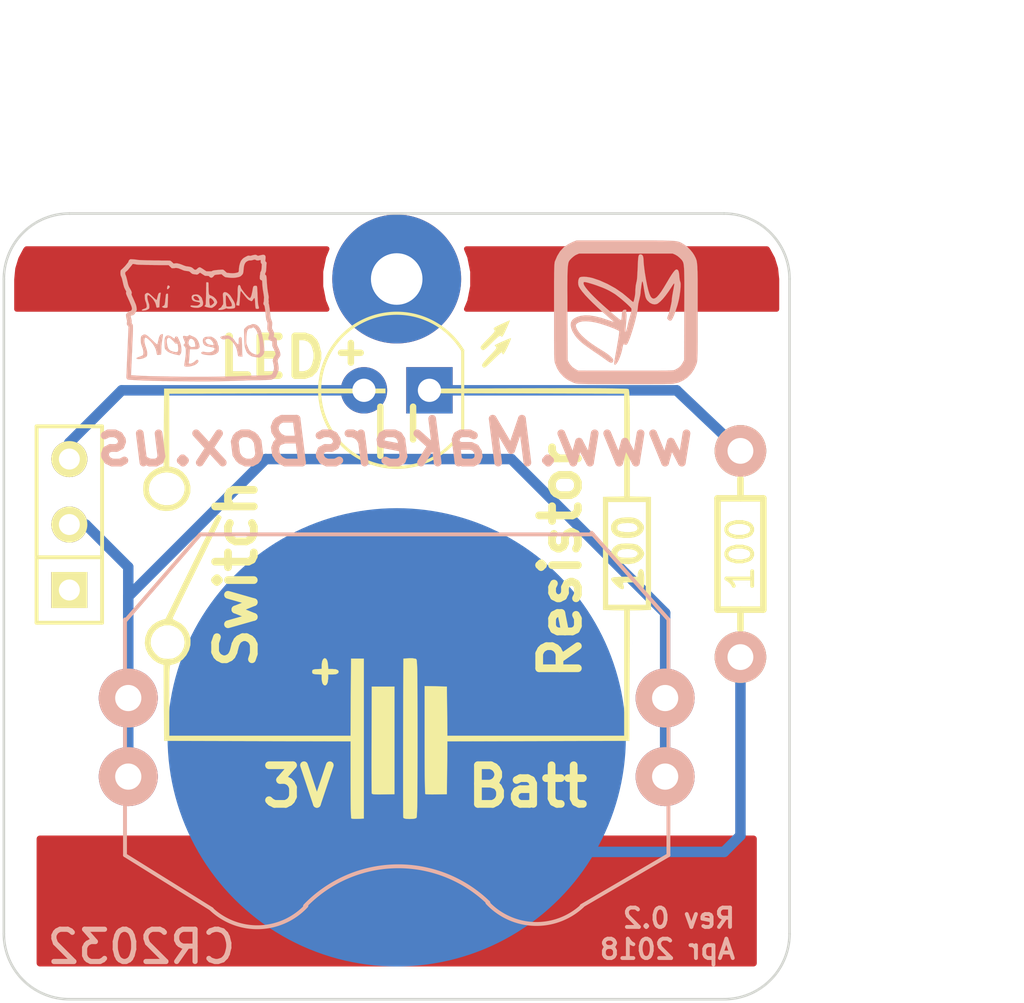
<source format=kicad_pcb>
(kicad_pcb (version 20171130) (host pcbnew "(5.1.10)-1")

  (general
    (thickness 1.6)
    (drawings 22)
    (tracks 22)
    (zones 0)
    (modules 9)
    (nets 6)
  )

  (page USLetter)
  (layers
    (0 F.Cu signal hide)
    (31 B.Cu signal)
    (34 B.Paste user)
    (35 F.Paste user)
    (36 B.SilkS user hide)
    (37 F.SilkS user)
    (38 B.Mask user)
    (39 F.Mask user)
    (40 Dwgs.User user)
    (44 Edge.Cuts user)
    (47 F.CrtYd user)
  )

  (setup
    (last_trace_width 0.1524)
    (user_trace_width 0.254)
    (user_trace_width 0.3048)
    (user_trace_width 0.4064)
    (user_trace_width 0.6096)
    (user_trace_width 2.032)
    (trace_clearance 0.1524)
    (zone_clearance 0.35)
    (zone_45_only no)
    (trace_min 0.1524)
    (via_size 0.6858)
    (via_drill 0.3302)
    (via_min_size 0.6858)
    (via_min_drill 0.3302)
    (user_via 1 0.5)
    (uvia_size 0.762)
    (uvia_drill 0.508)
    (uvias_allowed no)
    (uvia_min_size 0.508)
    (uvia_min_drill 0.127)
    (edge_width 0.1)
    (segment_width 0.254)
    (pcb_text_width 0.3)
    (pcb_text_size 1.5 1.5)
    (mod_edge_width 0.15)
    (mod_text_size 1 1)
    (mod_text_width 0.15)
    (pad_size 5 5)
    (pad_drill 2)
    (pad_to_mask_clearance 0)
    (aux_axis_origin 0 0)
    (grid_origin 210.82 95.25)
    (visible_elements 7FFCFFFF)
    (pcbplotparams
      (layerselection 0x010f0_ffffffff)
      (usegerberextensions true)
      (usegerberattributes true)
      (usegerberadvancedattributes true)
      (creategerberjobfile true)
      (excludeedgelayer true)
      (linewidth 0.100000)
      (plotframeref false)
      (viasonmask false)
      (mode 1)
      (useauxorigin false)
      (hpglpennumber 1)
      (hpglpenspeed 20)
      (hpglpendiameter 15.000000)
      (psnegative false)
      (psa4output false)
      (plotreference true)
      (plotvalue true)
      (plotinvisibletext false)
      (padsonsilk false)
      (subtractmaskfromsilk false)
      (outputformat 1)
      (mirror false)
      (drillshape 0)
      (scaleselection 1)
      (outputdirectory "gerbers/"))
  )

  (net 0 "")
  (net 1 "Net-(BT1-Pad1)")
  (net 2 "Net-(D1-Pad1)")
  (net 3 "Net-(D1-Pad2)")
  (net 4 "Net-(BT1-Pad2)")
  (net 5 "Net-(SW1-Pad1)")

  (net_class Default "This is the default net class."
    (clearance 0.1524)
    (trace_width 0.1524)
    (via_dia 0.6858)
    (via_drill 0.3302)
    (uvia_dia 0.762)
    (uvia_drill 0.508)
    (add_net "Net-(BT1-Pad1)")
    (add_net "Net-(BT1-Pad2)")
    (add_net "Net-(D1-Pad1)")
    (add_net "Net-(D1-Pad2)")
    (add_net "Net-(SW1-Pad1)")
  )

  (module footprints:Resistor_Horz (layer F.Cu) (tedit 5AA1ED04) (tstamp 5A813C37)
    (at 188.595 85.598 270)
    (descr "Resistor, Axial,  RM 10mm, 1/3W,")
    (tags "Resistor, Axial, RM 10mm, 1/3W,")
    (path /59376ABD)
    (fp_text reference R1 (at 0 2.54) (layer F.SilkS) hide
      (effects (font (size 1 1) (thickness 0.15)))
    )
    (fp_text value 100 (at 0 0 270) (layer F.SilkS)
      (effects (font (size 1 1) (thickness 0.15)))
    )
    (fp_line (start 2.159 0.889) (end 2.159 -0.889) (layer F.SilkS) (width 0.254))
    (fp_line (start 2.159 -0.889) (end -2.159 -0.889) (layer F.SilkS) (width 0.254))
    (fp_line (start -2.159 0.889) (end 2.159 0.889) (layer F.SilkS) (width 0.254))
    (fp_line (start -2.159 0) (end -2.921 0) (layer F.SilkS) (width 0.254))
    (fp_line (start 2.159 0) (end 2.921 0) (layer F.SilkS) (width 0.254))
    (fp_line (start -2.159 0.889) (end -2.159 -0.889) (layer F.SilkS) (width 0.254))
    (pad 1 thru_hole circle (at -4 0 270) (size 1.99898 1.99898) (drill 1.00076) (layers *.Cu *.SilkS *.Mask)
      (net 2 "Net-(D1-Pad1)"))
    (pad 2 thru_hole circle (at 4 0 270) (size 1.99898 1.99898) (drill 1.00076) (layers *.Cu *.SilkS *.Mask)
      (net 4 "Net-(BT1-Pad2)"))
  )

  (module Pin_Headers:Pin_Header_Straight_1x01_Pitch2.54mm (layer F.Cu) (tedit 5AE3135B) (tstamp 5A812002)
    (at 175.26 74.93)
    (descr "Through hole straight pin header, 1x01, 2.54mm pitch, single row")
    (tags "Through hole pin header THT 1x01 2.54mm single row")
    (fp_text reference REF** (at 0 -2.33) (layer F.SilkS) hide
      (effects (font (size 1 1) (thickness 0.15)))
    )
    (fp_text value Pin_Header_Straight_1x01_Pitch2.54mm (at 0 1) (layer F.Fab) hide
      (effects (font (size 0.127 0.127) (thickness 0.03175)))
    )
    (fp_line (start -0.635 -1.27) (end 1.27 -1.27) (layer F.Fab) (width 0.1))
    (fp_line (start 1.27 -1.27) (end 1.27 1.27) (layer F.Fab) (width 0.1))
    (fp_line (start 1.27 1.27) (end -1.27 1.27) (layer F.Fab) (width 0.1))
    (fp_line (start -1.27 1.27) (end -1.27 -0.635) (layer F.Fab) (width 0.1))
    (fp_line (start -1.27 -0.635) (end -0.635 -1.27) (layer F.Fab) (width 0.1))
    (fp_line (start -1.8 -1.8) (end -1.8 1.8) (layer F.CrtYd) (width 0.05))
    (fp_line (start -1.8 1.8) (end 1.8 1.8) (layer F.CrtYd) (width 0.05))
    (fp_line (start 1.8 1.8) (end 1.8 -1.8) (layer F.CrtYd) (width 0.05))
    (fp_line (start 1.8 -1.8) (end -1.8 -1.8) (layer F.CrtYd) (width 0.05))
    (pad 1 thru_hole circle (at 0 0) (size 5 5) (drill 2) (layers *.Cu B.Mask))
  )

  (module myFootPrints:MadeInOregonRev25 (layer F.Cu) (tedit 0) (tstamp 5A8109E1)
    (at 167.64 76.454)
    (fp_text reference VAL (at 0 0) (layer F.SilkS) hide
      (effects (font (size 1.143 1.143) (thickness 0.1778)))
    )
    (fp_text value MadeInOregonRev25 (at 0 0) (layer F.SilkS) hide
      (effects (font (size 1.143 1.143) (thickness 0.1778)))
    )
    (fp_poly (pts (xy -3.09626 -1.76022) (xy -3.09626 -1.72212) (xy -3.09372 -1.69672) (xy -3.09118 -1.67386)
      (xy -3.0861 -1.65608) (xy -3.07594 -1.63576) (xy -3.0734 -1.62814) (xy -3.0607 -1.6002)
      (xy -3.05054 -1.5748) (xy -3.04038 -1.54432) (xy -3.03022 -1.50876) (xy -3.02006 -1.46304)
      (xy -3.00736 -1.4097) (xy -3.00228 -1.39192) (xy -2.98704 -1.31826) (xy -2.96926 -1.2573)
      (xy -2.95402 -1.20396) (xy -2.9337 -1.15824) (xy -2.91338 -1.1176) (xy -2.91338 -1.74752)
      (xy -2.91338 -1.76276) (xy -2.91084 -1.77546) (xy -2.90322 -1.78816) (xy -2.89052 -1.8034)
      (xy -2.86766 -1.82118) (xy -2.8575 -1.83134) (xy -2.82956 -1.8542) (xy -2.80416 -1.8796)
      (xy -2.78638 -1.90246) (xy -2.77876 -1.91008) (xy -2.76606 -1.92786) (xy -2.74574 -1.95326)
      (xy -2.72034 -1.98374) (xy -2.69494 -2.01422) (xy -2.6924 -2.01676) (xy -2.66954 -2.0447)
      (xy -2.64922 -2.0701) (xy -2.63652 -2.08788) (xy -2.6289 -2.09804) (xy -2.6289 -2.10058)
      (xy -2.62382 -2.10566) (xy -2.60604 -2.10566) (xy -2.58064 -2.10566) (xy -2.55016 -2.10058)
      (xy -2.51968 -2.0955) (xy -2.50952 -2.09296) (xy -2.49682 -2.09042) (xy -2.48412 -2.08534)
      (xy -2.46888 -2.08534) (xy -2.4511 -2.0828) (xy -2.4257 -2.08026) (xy -2.39268 -2.07772)
      (xy -2.35458 -2.07772) (xy -2.30632 -2.07518) (xy -2.2479 -2.07518) (xy -2.17678 -2.07264)
      (xy -2.09296 -2.0701) (xy -2.03962 -2.0701) (xy -1.95326 -2.06756) (xy -1.8669 -2.06756)
      (xy -1.78054 -2.06502) (xy -1.69672 -2.06502) (xy -1.61798 -2.06248) (xy -1.54686 -2.06248)
      (xy -1.48336 -2.06248) (xy -1.4351 -2.06248) (xy -1.4224 -2.06248) (xy -1.22936 -2.06248)
      (xy -1.1684 -2.00152) (xy -1.10744 -1.9431) (xy -1.0668 -1.9431) (xy -1.03886 -1.9431)
      (xy -1.0033 -1.94564) (xy -0.97536 -1.95072) (xy -0.94234 -1.95326) (xy -0.91186 -1.95072)
      (xy -0.87884 -1.94564) (xy -0.8382 -1.93548) (xy -0.79248 -1.9177) (xy -0.7366 -1.89484)
      (xy -0.72136 -1.88976) (xy -0.67818 -1.86944) (xy -0.64516 -1.85674) (xy -0.61722 -1.84912)
      (xy -0.59182 -1.84404) (xy -0.56388 -1.83896) (xy -0.5461 -1.83642) (xy -0.50038 -1.83134)
      (xy -0.46482 -1.82626) (xy -0.43688 -1.81864) (xy -0.41656 -1.80848) (xy -0.39624 -1.79578)
      (xy -0.37592 -1.77546) (xy -0.37338 -1.77292) (xy -0.35052 -1.7526) (xy -0.32512 -1.73482)
      (xy -0.30734 -1.72212) (xy -0.28702 -1.71704) (xy -0.25654 -1.71196) (xy -0.22098 -1.70434)
      (xy -0.18288 -1.7018) (xy -0.14986 -1.69672) (xy -0.12446 -1.69672) (xy -0.10922 -1.69926)
      (xy -0.09652 -1.70688) (xy -0.07366 -1.71958) (xy -0.05334 -1.73736) (xy -0.03048 -1.75768)
      (xy -0.01524 -1.7653) (xy -0.00508 -1.76784) (xy 0 -1.7653) (xy 0.01016 -1.75768)
      (xy 0.03048 -1.74498) (xy 0.05842 -1.7272) (xy 0.0889 -1.70688) (xy 0.09652 -1.7018)
      (xy 0.18288 -1.64846) (xy 0.25908 -1.64592) (xy 0.29464 -1.64338) (xy 0.3175 -1.64084)
      (xy 0.3302 -1.6383) (xy 0.34036 -1.63322) (xy 0.34544 -1.6256) (xy 0.34798 -1.62052)
      (xy 0.3683 -1.59766) (xy 0.39624 -1.58242) (xy 0.42672 -1.5748) (xy 0.4318 -1.5748)
      (xy 0.45974 -1.58242) (xy 0.48768 -1.6002) (xy 0.51562 -1.63068) (xy 0.52578 -1.64338)
      (xy 0.53848 -1.65608) (xy 0.5461 -1.66624) (xy 0.55626 -1.67386) (xy 0.56896 -1.68148)
      (xy 0.58928 -1.68402) (xy 0.61468 -1.6891) (xy 0.65278 -1.69418) (xy 0.70104 -1.69672)
      (xy 0.71628 -1.69926) (xy 0.8255 -1.70942) (xy 0.85598 -1.68148) (xy 0.89154 -1.64846)
      (xy 0.9271 -1.62306) (xy 0.95758 -1.60274) (xy 0.96774 -1.59766) (xy 0.9906 -1.59258)
      (xy 1.02362 -1.5875) (xy 1.0668 -1.58242) (xy 1.11252 -1.57734) (xy 1.16332 -1.57226)
      (xy 1.21158 -1.56972) (xy 1.2573 -1.56972) (xy 1.25984 -1.56972) (xy 1.3081 -1.56972)
      (xy 1.35128 -1.5748) (xy 1.39446 -1.57988) (xy 1.44272 -1.59004) (xy 1.48844 -1.6002)
      (xy 1.52146 -1.61036) (xy 1.54686 -1.62306) (xy 1.56972 -1.63576) (xy 1.59258 -1.65608)
      (xy 1.61798 -1.68148) (xy 1.63576 -1.7018) (xy 1.651 -1.72212) (xy 1.65862 -1.74498)
      (xy 1.66624 -1.77292) (xy 1.67386 -1.80848) (xy 1.6764 -1.85166) (xy 1.68148 -1.90246)
      (xy 1.6891 -1.9812) (xy 1.7018 -2.04978) (xy 1.72212 -2.10566) (xy 1.74752 -2.15138)
      (xy 1.75006 -2.15646) (xy 1.77546 -2.18186) (xy 1.81356 -2.2098) (xy 1.82626 -2.21742)
      (xy 1.8542 -2.23012) (xy 1.87706 -2.24028) (xy 1.89484 -2.24282) (xy 1.9177 -2.24282)
      (xy 1.92024 -2.24282) (xy 1.95834 -2.24282) (xy 2.00152 -2.25044) (xy 2.032 -2.25806)
      (xy 2.0701 -2.27076) (xy 2.09804 -2.27584) (xy 2.11582 -2.27838) (xy 2.13106 -2.2733)
      (xy 2.1463 -2.26822) (xy 2.15392 -2.26314) (xy 2.1844 -2.2479) (xy 2.22758 -2.24282)
      (xy 2.27584 -2.2479) (xy 2.29108 -2.25298) (xy 2.31394 -2.25806) (xy 2.33426 -2.26314)
      (xy 2.34188 -2.26314) (xy 2.34188 -2.25806) (xy 2.34442 -2.23774) (xy 2.34442 -2.21488)
      (xy 2.34442 -2.21234) (xy 2.34442 -2.1844) (xy 2.34696 -2.16408) (xy 2.35204 -2.1463)
      (xy 2.36474 -2.12852) (xy 2.3876 -2.0955) (xy 2.37998 -1.97612) (xy 2.37744 -1.9304)
      (xy 2.37236 -1.89738) (xy 2.36982 -1.87198) (xy 2.36474 -1.8542) (xy 2.35966 -1.83896)
      (xy 2.35204 -1.82372) (xy 2.34696 -1.8161) (xy 2.33172 -1.78562) (xy 2.3241 -1.75768)
      (xy 2.3241 -1.73736) (xy 2.32156 -1.70942) (xy 2.31902 -1.68656) (xy 2.31648 -1.67894)
      (xy 2.31394 -1.66116) (xy 2.30886 -1.63576) (xy 2.30886 -1.60274) (xy 2.30886 -1.59004)
      (xy 2.30886 -1.55702) (xy 2.30886 -1.5367) (xy 2.31394 -1.52146) (xy 2.32156 -1.5113)
      (xy 2.33172 -1.4986) (xy 2.33426 -1.49606) (xy 2.35458 -1.48082) (xy 2.3749 -1.4732)
      (xy 2.37744 -1.47066) (xy 2.3876 -1.47066) (xy 2.39268 -1.46558) (xy 2.39776 -1.45034)
      (xy 2.4003 -1.42494) (xy 2.40284 -1.39192) (xy 2.40538 -1.35382) (xy 2.40538 -1.33096)
      (xy 2.40792 -1.28778) (xy 2.413 -1.2319) (xy 2.42062 -1.16078) (xy 2.43332 -1.07442)
      (xy 2.4511 -0.97536) (xy 2.4511 -0.96774) (xy 2.45872 -0.92456) (xy 2.4638 -0.88392)
      (xy 2.46888 -0.85344) (xy 2.47142 -0.83058) (xy 2.47396 -0.82296) (xy 2.47396 -0.81026)
      (xy 2.47142 -0.7874) (xy 2.47142 -0.75692) (xy 2.46888 -0.72644) (xy 2.46888 -0.69342)
      (xy 2.46634 -0.66294) (xy 2.4638 -0.64262) (xy 2.46126 -0.635) (xy 2.4511 -0.6096)
      (xy 2.44856 -0.57912) (xy 2.4511 -0.54864) (xy 2.46126 -0.52324) (xy 2.4765 -0.51054)
      (xy 2.48412 -0.49784) (xy 2.49174 -0.47244) (xy 2.5019 -0.4318) (xy 2.50952 -0.37592)
      (xy 2.51968 -0.30734) (xy 2.5273 -0.2286) (xy 2.53238 -0.16764) (xy 2.53746 -0.1143)
      (xy 2.54254 -0.0635) (xy 2.54762 -0.02032) (xy 2.5527 0.01524) (xy 2.55524 0.04064)
      (xy 2.55778 0.05334) (xy 2.56794 0.07366) (xy 2.5781 0.1016) (xy 2.58826 0.127)
      (xy 2.59588 0.14732) (xy 2.6035 0.16256) (xy 2.60604 0.18034) (xy 2.60858 0.20066)
      (xy 2.60858 0.22606) (xy 2.60604 0.25908) (xy 2.6035 0.3048) (xy 2.6035 0.32512)
      (xy 2.60096 0.37084) (xy 2.60096 0.4064) (xy 2.60604 0.43434) (xy 2.61366 0.45974)
      (xy 2.62636 0.48768) (xy 2.64668 0.5207) (xy 2.66446 0.5588) (xy 2.67462 0.58674)
      (xy 2.6797 0.61468) (xy 2.67462 0.64262) (xy 2.66446 0.68072) (xy 2.65938 0.69088)
      (xy 2.64668 0.72898) (xy 2.63906 0.75946) (xy 2.63906 0.77978) (xy 2.6416 0.79756)
      (xy 2.64922 0.8128) (xy 2.64922 0.81534) (xy 2.66446 0.83058) (xy 2.68986 0.84836)
      (xy 2.72034 0.86614) (xy 2.75336 0.87884) (xy 2.77368 0.88646) (xy 2.794 0.89154)
      (xy 2.794 0.98044) (xy 2.794 1.07188) (xy 2.82448 1.13538) (xy 2.8575 1.20396)
      (xy 2.8829 1.26238) (xy 2.90322 1.31064) (xy 2.91592 1.3462) (xy 2.921 1.36652)
      (xy 2.92354 1.3843) (xy 2.92354 1.39954) (xy 2.91592 1.41478) (xy 2.90068 1.4351)
      (xy 2.90068 1.43764) (xy 2.87274 1.47828) (xy 2.84988 1.51638) (xy 2.8321 1.5621)
      (xy 2.82448 1.59004) (xy 2.80924 1.64338) (xy 2.8321 1.74244) (xy 2.84734 1.80848)
      (xy 2.85496 1.86182) (xy 2.86004 1.90754) (xy 2.86004 1.94818) (xy 2.85242 1.98628)
      (xy 2.84226 2.02438) (xy 2.82702 2.06756) (xy 2.81432 2.10566) (xy 2.79908 2.13868)
      (xy 2.78892 2.16154) (xy 2.77876 2.1717) (xy 2.77876 2.17424) (xy 2.7686 2.17678)
      (xy 2.74828 2.1844) (xy 2.74066 2.18948) (xy 2.7178 2.1971) (xy 2.68224 2.20472)
      (xy 2.63398 2.2098) (xy 2.57302 2.21234) (xy 2.49682 2.21488) (xy 2.40792 2.21742)
      (xy 2.30632 2.21742) (xy 2.29616 2.21742) (xy 2.24028 2.21996) (xy 2.17424 2.21996)
      (xy 2.10058 2.2225) (xy 2.02184 2.2225) (xy 1.9431 2.22504) (xy 1.86944 2.23012)
      (xy 1.84912 2.23012) (xy 1.6129 2.23774) (xy 1.38684 2.2479) (xy 1.16332 2.25298)
      (xy 0.9398 2.25806) (xy 0.71882 2.26314) (xy 0.4953 2.26568) (xy 0.26924 2.26822)
      (xy 0.03556 2.26822) (xy -0.2032 2.26822) (xy -0.45466 2.26822) (xy -0.71628 2.26568)
      (xy -0.84836 2.26314) (xy -1.03378 2.2606) (xy -1.20396 2.25806) (xy -1.36144 2.25552)
      (xy -1.50622 2.25298) (xy -1.64084 2.25044) (xy -1.7653 2.2479) (xy -1.88214 2.24536)
      (xy -1.98882 2.24282) (xy -2.08788 2.23774) (xy -2.17932 2.2352) (xy -2.26822 2.23266)
      (xy -2.35204 2.22758) (xy -2.39776 2.22504) (xy -2.46126 2.2225) (xy -2.51968 2.21742)
      (xy -2.57302 2.21488) (xy -2.61874 2.21234) (xy -2.65176 2.2098) (xy -2.67462 2.2098)
      (xy -2.68732 2.2098) (xy -2.68732 2.20218) (xy -2.68478 2.17932) (xy -2.68478 2.1463)
      (xy -2.68224 2.09804) (xy -2.6797 2.03962) (xy -2.67716 1.97104) (xy -2.67208 1.8923)
      (xy -2.66954 1.80594) (xy -2.66446 1.70942) (xy -2.65938 1.60782) (xy -2.65684 1.50114)
      (xy -2.65176 1.38684) (xy -2.64414 1.27) (xy -2.64414 1.25476) (xy -2.63906 1.11506)
      (xy -2.63398 0.98806) (xy -2.6289 0.87376) (xy -2.62382 0.77216) (xy -2.61874 0.68326)
      (xy -2.6162 0.60452) (xy -2.61366 0.53848) (xy -2.61112 0.47752) (xy -2.61112 0.42926)
      (xy -2.61112 0.38608) (xy -2.61112 0.35306) (xy -2.61112 0.32258) (xy -2.61112 0.29972)
      (xy -2.61366 0.28194) (xy -2.6162 0.2667) (xy -2.61874 0.25654) (xy -2.62128 0.24638)
      (xy -2.62636 0.23876) (xy -2.63144 0.23368) (xy -2.63652 0.22606) (xy -2.6416 0.21844)
      (xy -2.6543 0.2032) (xy -2.66192 0.18796) (xy -2.66446 0.17272) (xy -2.66192 0.14732)
      (xy -2.66192 0.13716) (xy -2.66192 0.1016) (xy -2.66446 0.06858) (xy -2.67462 0.02794)
      (xy -2.67462 0.0254) (xy -2.68732 -0.01778) (xy -2.69494 -0.04826) (xy -2.69748 -0.07112)
      (xy -2.69748 -0.08382) (xy -2.69494 -0.09398) (xy -2.68732 -0.09906) (xy -2.68732 -0.1016)
      (xy -2.66954 -0.10668) (xy -2.64668 -0.1143) (xy -2.63652 -0.1143) (xy -2.60858 -0.12192)
      (xy -2.58572 -0.13208) (xy -2.5654 -0.14732) (xy -2.54762 -0.17018) (xy -2.52476 -0.20574)
      (xy -2.50698 -0.2413) (xy -2.4638 -0.3302) (xy -2.47142 -0.40894) (xy -2.4765 -0.43942)
      (xy -2.48158 -0.46736) (xy -2.4892 -0.49276) (xy -2.49682 -0.5207) (xy -2.50952 -0.55626)
      (xy -2.52984 -0.59944) (xy -2.53492 -0.61214) (xy -2.55524 -0.66294) (xy -2.5781 -0.71374)
      (xy -2.60096 -0.76708) (xy -2.62128 -0.8128) (xy -2.63144 -0.83058) (xy -2.64668 -0.86868)
      (xy -2.65938 -0.89662) (xy -2.667 -0.91694) (xy -2.66954 -0.92964) (xy -2.667 -0.9398)
      (xy -2.667 -0.94996) (xy -2.65938 -0.97536) (xy -2.65938 -1.00584) (xy -2.66954 -1.03886)
      (xy -2.68732 -1.0795) (xy -2.71272 -1.12776) (xy -2.71526 -1.1303) (xy -2.73812 -1.17094)
      (xy -2.75844 -1.2065) (xy -2.77368 -1.23698) (xy -2.78384 -1.26746) (xy -2.79654 -1.30048)
      (xy -2.8067 -1.34112) (xy -2.81686 -1.38684) (xy -2.82702 -1.43256) (xy -2.84226 -1.49606)
      (xy -2.85496 -1.54686) (xy -2.86512 -1.5875) (xy -2.87528 -1.62052) (xy -2.88544 -1.64846)
      (xy -2.89306 -1.67132) (xy -2.90068 -1.68148) (xy -2.9083 -1.70942) (xy -2.91338 -1.7399)
      (xy -2.91338 -1.74752) (xy -2.91338 -1.1176) (xy -2.91084 -1.11506) (xy -2.90576 -1.09982)
      (xy -2.88798 -1.07188) (xy -2.87782 -1.04902) (xy -2.87274 -1.03632) (xy -2.87274 -1.02616)
      (xy -2.87782 -1.016) (xy -2.88036 -0.99822) (xy -2.8829 -0.98044) (xy -2.87782 -0.95758)
      (xy -2.8702 -0.92964) (xy -2.85496 -0.89408) (xy -2.83464 -0.84582) (xy -2.8194 -0.81534)
      (xy -2.78384 -0.73406) (xy -2.74828 -0.65786) (xy -2.72034 -0.58928) (xy -2.69494 -0.52832)
      (xy -2.67462 -0.47752) (xy -2.66192 -0.43688) (xy -2.6543 -0.40894) (xy -2.6543 -0.4064)
      (xy -2.64922 -0.37846) (xy -2.65176 -0.36068) (xy -2.65684 -0.34036) (xy -2.66446 -0.32766)
      (xy -2.67462 -0.30734) (xy -2.68732 -0.29464) (xy -2.70256 -0.28702) (xy -2.72542 -0.28194)
      (xy -2.73812 -0.2794) (xy -2.75336 -0.27686) (xy -2.77114 -0.2667) (xy -2.78892 -0.25146)
      (xy -2.81686 -0.22606) (xy -2.82448 -0.2159) (xy -2.84988 -0.1905) (xy -2.86766 -0.17272)
      (xy -2.87782 -0.16002) (xy -2.8829 -0.14732) (xy -2.8829 -0.13208) (xy -2.8829 -0.12192)
      (xy -2.88036 -0.06858) (xy -2.86766 -0.00762) (xy -2.85242 0.05588) (xy -2.8448 0.08382)
      (xy -2.84226 0.10668) (xy -2.84226 0.12954) (xy -2.8448 0.16002) (xy -2.84734 0.1651)
      (xy -2.84988 0.19812) (xy -2.84988 0.22606) (xy -2.84226 0.24892) (xy -2.82448 0.27686)
      (xy -2.8067 0.29972) (xy -2.78384 0.32766) (xy -2.82702 1.3081) (xy -2.8321 1.42748)
      (xy -2.83718 1.54432) (xy -2.84226 1.65608) (xy -2.84734 1.76276) (xy -2.84988 1.86182)
      (xy -2.85496 1.95326) (xy -2.8575 2.03708) (xy -2.86004 2.11074) (xy -2.86258 2.17424)
      (xy -2.86512 2.22758) (xy -2.86512 2.26822) (xy -2.86512 2.29616) (xy -2.86512 2.3114)
      (xy -2.85496 2.3368) (xy -2.83464 2.35966) (xy -2.81178 2.3749) (xy -2.8067 2.37744)
      (xy -2.794 2.37998) (xy -2.76606 2.38252) (xy -2.72796 2.38506) (xy -2.6797 2.39014)
      (xy -2.62128 2.39268) (xy -2.55778 2.39776) (xy -2.48412 2.4003) (xy -2.40792 2.40538)
      (xy -2.32664 2.40792) (xy -2.24536 2.413) (xy -2.16154 2.41554) (xy -2.08026 2.41808)
      (xy -1.99898 2.42062) (xy -1.92278 2.42316) (xy -1.85166 2.4257) (xy -1.80848 2.42824)
      (xy -1.74752 2.42824) (xy -1.67386 2.43078) (xy -1.59004 2.43078) (xy -1.4986 2.43332)
      (xy -1.397 2.43586) (xy -1.29032 2.43586) (xy -1.1811 2.4384) (xy -1.0668 2.4384)
      (xy -0.95504 2.44094) (xy -0.84582 2.44348) (xy -0.80264 2.44348) (xy -0.70104 2.44348)
      (xy -0.59944 2.44602) (xy -0.50038 2.44602) (xy -0.40386 2.44856) (xy -0.31496 2.44856)
      (xy -0.23114 2.44856) (xy -0.15748 2.4511) (xy -0.09398 2.4511) (xy -0.04064 2.4511)
      (xy 0 2.4511) (xy 0.02286 2.4511) (xy 0.05842 2.4511) (xy 0.10922 2.4511)
      (xy 0.17018 2.4511) (xy 0.2413 2.4511) (xy 0.3175 2.4511) (xy 0.39878 2.44856)
      (xy 0.4826 2.44856) (xy 0.56642 2.44602) (xy 0.60198 2.44602) (xy 0.75692 2.44348)
      (xy 0.90678 2.4384) (xy 1.0541 2.43586) (xy 1.1938 2.43078) (xy 1.32588 2.42824)
      (xy 1.45034 2.42316) (xy 1.56464 2.42062) (xy 1.66624 2.41808) (xy 1.7526 2.413)
      (xy 1.77038 2.413) (xy 1.82626 2.41046) (xy 1.8923 2.40792) (xy 1.96342 2.40792)
      (xy 2.03454 2.40538) (xy 2.10312 2.40538) (xy 2.12852 2.40538) (xy 2.19456 2.40538)
      (xy 2.26822 2.40284) (xy 2.3495 2.40284) (xy 2.42824 2.39776) (xy 2.50444 2.39522)
      (xy 2.54254 2.39522) (xy 2.75844 2.38252) (xy 2.82956 2.3495) (xy 2.86258 2.33172)
      (xy 2.88798 2.31902) (xy 2.90576 2.30632) (xy 2.91084 2.30124) (xy 2.92608 2.28092)
      (xy 2.94132 2.25044) (xy 2.96164 2.2098) (xy 2.97942 2.16662) (xy 2.9972 2.12344)
      (xy 3.01244 2.08534) (xy 3.02514 2.0447) (xy 3.03276 2.01168) (xy 3.03784 1.98628)
      (xy 3.04038 1.9558) (xy 3.04038 1.93548) (xy 3.0353 1.86182) (xy 3.0226 1.778)
      (xy 3.00736 1.70434) (xy 2.99974 1.66878) (xy 2.99974 1.64084) (xy 3.00736 1.61036)
      (xy 3.0226 1.57734) (xy 3.04546 1.53924) (xy 3.0607 1.52146) (xy 3.08356 1.4859)
      (xy 3.0988 1.4605) (xy 3.10642 1.4351) (xy 3.10896 1.4097) (xy 3.10642 1.37668)
      (xy 3.0988 1.33858) (xy 3.09118 1.3081) (xy 3.07848 1.26746) (xy 3.0607 1.22174)
      (xy 3.04038 1.1684) (xy 3.01498 1.1176) (xy 2.99466 1.07442) (xy 2.98704 1.05664)
      (xy 2.97942 1.0414) (xy 2.97688 1.02362) (xy 2.97434 1.0033) (xy 2.97434 0.97282)
      (xy 2.97434 0.93218) (xy 2.97434 0.9271) (xy 2.9718 0.87884) (xy 2.96926 0.8382)
      (xy 2.96418 0.81026) (xy 2.95148 0.7874) (xy 2.9337 0.76708) (xy 2.90576 0.7493)
      (xy 2.86766 0.72898) (xy 2.84734 0.71882) (xy 2.84734 0.7112) (xy 2.84988 0.69342)
      (xy 2.85496 0.66802) (xy 2.8575 0.6604) (xy 2.86258 0.61468) (xy 2.86258 0.5842)
      (xy 2.86258 0.57658) (xy 2.84988 0.5334) (xy 2.82956 0.48768) (xy 2.8067 0.44196)
      (xy 2.79908 0.42926) (xy 2.79146 0.41656) (xy 2.78638 0.40386) (xy 2.7813 0.38862)
      (xy 2.7813 0.37084) (xy 2.7813 0.34798) (xy 2.7813 0.3175) (xy 2.78638 0.27432)
      (xy 2.79146 0.22098) (xy 2.79146 0.21844) (xy 2.79146 0.19304) (xy 2.79146 0.16764)
      (xy 2.78384 0.1397) (xy 2.77622 0.11176) (xy 2.76352 0.07874) (xy 2.75336 0.04826)
      (xy 2.7432 0.0254) (xy 2.74066 0.02032) (xy 2.73558 0.00762) (xy 2.7305 -0.0127)
      (xy 2.72796 -0.04064) (xy 2.72288 -0.07874) (xy 2.7178 -0.12954) (xy 2.71272 -0.1905)
      (xy 2.7051 -0.25908) (xy 2.69748 -0.32512) (xy 2.68986 -0.38862) (xy 2.6797 -0.44958)
      (xy 2.67208 -0.50292) (xy 2.66446 -0.5461) (xy 2.6543 -0.57658) (xy 2.65176 -0.58674)
      (xy 2.65176 -0.60452) (xy 2.6543 -0.6223) (xy 2.65684 -0.6477) (xy 2.65176 -0.68326)
      (xy 2.64668 -0.71628) (xy 2.64922 -0.75184) (xy 2.65176 -0.76962) (xy 2.6543 -0.79248)
      (xy 2.65684 -0.8128) (xy 2.6543 -0.83566) (xy 2.65176 -0.8636) (xy 2.64414 -0.90424)
      (xy 2.6416 -0.91948) (xy 2.62382 -1.01346) (xy 2.61112 -1.09982) (xy 2.60096 -1.1811)
      (xy 2.59334 -1.26238) (xy 2.58572 -1.35128) (xy 2.58064 -1.42748) (xy 2.5781 -1.49352)
      (xy 2.57302 -1.54432) (xy 2.57048 -1.58496) (xy 2.5654 -1.61544) (xy 2.56286 -1.6383)
      (xy 2.55524 -1.65608) (xy 2.54762 -1.66878) (xy 2.53746 -1.6764) (xy 2.52984 -1.68402)
      (xy 2.51714 -1.69418) (xy 2.51206 -1.70688) (xy 2.5146 -1.72466) (xy 2.52222 -1.75006)
      (xy 2.53238 -1.77546) (xy 2.54 -1.78816) (xy 2.54254 -1.79832) (xy 2.54762 -1.81102)
      (xy 2.55016 -1.8288) (xy 2.5527 -1.85166) (xy 2.55524 -1.88214) (xy 2.55778 -1.92532)
      (xy 2.56286 -1.97866) (xy 2.56286 -2.0066) (xy 2.57302 -2.159) (xy 2.54762 -2.18948)
      (xy 2.52222 -2.21996) (xy 2.52984 -2.29616) (xy 2.53238 -2.34442) (xy 2.53238 -2.37998)
      (xy 2.52984 -2.40538) (xy 2.51968 -2.4257) (xy 2.50698 -2.44094) (xy 2.50444 -2.44348)
      (xy 2.4892 -2.45618) (xy 2.47142 -2.46126) (xy 2.44856 -2.4638) (xy 2.42062 -2.4638)
      (xy 2.38252 -2.45618) (xy 2.33172 -2.44602) (xy 2.32664 -2.44348) (xy 2.2352 -2.42316)
      (xy 2.19964 -2.44348) (xy 2.17424 -2.45618) (xy 2.15138 -2.4638) (xy 2.12344 -2.4638)
      (xy 2.09296 -2.45872) (xy 2.04978 -2.4511) (xy 2.0193 -2.44348) (xy 1.98374 -2.43332)
      (xy 1.9558 -2.4257) (xy 1.93802 -2.42316) (xy 1.92024 -2.4257) (xy 1.90754 -2.42824)
      (xy 1.88722 -2.43078) (xy 1.86944 -2.43078) (xy 1.84912 -2.42824) (xy 1.82372 -2.41808)
      (xy 1.79324 -2.40284) (xy 1.76022 -2.38506) (xy 1.71958 -2.3622) (xy 1.6891 -2.34442)
      (xy 1.66624 -2.32664) (xy 1.64846 -2.3114) (xy 1.63068 -2.29362) (xy 1.6129 -2.27076)
      (xy 1.59258 -2.2479) (xy 1.57734 -2.22504) (xy 1.56718 -2.20472) (xy 1.55702 -2.17932)
      (xy 1.54432 -2.1463) (xy 1.53162 -2.10312) (xy 1.52908 -2.09296) (xy 1.51638 -2.0447)
      (xy 1.50876 -2.00406) (xy 1.50368 -1.96596) (xy 1.4986 -1.92278) (xy 1.4986 -1.90754)
      (xy 1.49606 -1.86182) (xy 1.49352 -1.8288) (xy 1.4859 -1.80594) (xy 1.4732 -1.7907)
      (xy 1.45288 -1.778) (xy 1.4224 -1.77038) (xy 1.39446 -1.76276) (xy 1.3335 -1.7526)
      (xy 1.26238 -1.74752) (xy 1.18364 -1.75006) (xy 1.10998 -1.75768) (xy 1.03124 -1.7653)
      (xy 0.9652 -1.82372) (xy 0.9398 -1.84912) (xy 0.9144 -1.8669) (xy 0.89408 -1.88214)
      (xy 0.88392 -1.88722) (xy 0.86868 -1.88722) (xy 0.84328 -1.88722) (xy 0.80518 -1.88722)
      (xy 0.762 -1.88214) (xy 0.7112 -1.8796) (xy 0.6604 -1.87452) (xy 0.6096 -1.86944)
      (xy 0.56642 -1.86436) (xy 0.52324 -1.85674) (xy 0.49276 -1.85166) (xy 0.47244 -1.8415)
      (xy 0.45974 -1.83642) (xy 0.44958 -1.8288) (xy 0.43942 -1.82372) (xy 0.42418 -1.82118)
      (xy 0.40386 -1.82118) (xy 0.37592 -1.82118) (xy 0.33782 -1.82118) (xy 0.23622 -1.82372)
      (xy 0.13208 -1.8923) (xy 0.09398 -1.9177) (xy 0.06096 -1.93802) (xy 0.03302 -1.9558)
      (xy 0.0127 -1.96596) (xy 0.00508 -1.97104) (xy -0.02286 -1.97866) (xy -0.04826 -1.97358)
      (xy -0.07874 -1.95834) (xy -0.1143 -1.92786) (xy -0.11684 -1.92532) (xy -0.1397 -1.905)
      (xy -0.15748 -1.8923) (xy -0.17272 -1.88468) (xy -0.18796 -1.88214) (xy -0.19304 -1.88214)
      (xy -0.21082 -1.88468) (xy -0.22352 -1.88722) (xy -0.2413 -1.89992) (xy -0.26162 -1.9177)
      (xy -0.27178 -1.92786) (xy -0.30226 -1.95326) (xy -0.33528 -1.97358) (xy -0.37338 -1.98882)
      (xy -0.41656 -1.99898) (xy -0.47244 -2.00914) (xy -0.50038 -2.01168) (xy -0.53848 -2.01676)
      (xy -0.56896 -2.02438) (xy -0.59944 -2.03454) (xy -0.635 -2.04724) (xy -0.66548 -2.05994)
      (xy -0.70866 -2.07772) (xy -0.75692 -2.0955) (xy -0.80264 -2.11074) (xy -0.83058 -2.11836)
      (xy -0.86868 -2.12598) (xy -0.89662 -2.1336) (xy -0.91948 -2.1336) (xy -0.94234 -2.1336)
      (xy -0.97282 -2.13106) (xy -1.03378 -2.12344) (xy -1.0922 -2.17678) (xy -1.12776 -2.2098)
      (xy -1.1557 -2.23012) (xy -1.17348 -2.2352) (xy -1.18618 -2.23774) (xy -1.21412 -2.23774)
      (xy -1.24968 -2.24028) (xy -1.2954 -2.24028) (xy -1.3462 -2.24028) (xy -1.40208 -2.24028)
      (xy -1.40462 -2.24028) (xy -1.48844 -2.24028) (xy -1.57734 -2.24282) (xy -1.66878 -2.24282)
      (xy -1.76022 -2.24282) (xy -1.85166 -2.24536) (xy -1.94056 -2.2479) (xy -2.02438 -2.2479)
      (xy -2.10566 -2.25044) (xy -2.18186 -2.25298) (xy -2.25044 -2.25552) (xy -2.30886 -2.25806)
      (xy -2.35966 -2.2606) (xy -2.39776 -2.26314) (xy -2.42316 -2.26568) (xy -2.43586 -2.26822)
      (xy -2.45364 -2.27076) (xy -2.48666 -2.27584) (xy -2.52476 -2.28092) (xy -2.5654 -2.28346)
      (xy -2.58572 -2.286) (xy -2.63144 -2.28854) (xy -2.66446 -2.29108) (xy -2.68732 -2.29108)
      (xy -2.7051 -2.29108) (xy -2.7178 -2.28854) (xy -2.72796 -2.28346) (xy -2.7305 -2.28092)
      (xy -2.7559 -2.2606) (xy -2.77876 -2.22758) (xy -2.78892 -2.19202) (xy -2.79654 -2.17678)
      (xy -2.81178 -2.15392) (xy -2.8321 -2.13106) (xy -2.83718 -2.12344) (xy -2.86258 -2.09296)
      (xy -2.88544 -2.06502) (xy -2.90576 -2.04216) (xy -2.9083 -2.03708) (xy -2.92354 -2.0193)
      (xy -2.94894 -1.9939) (xy -2.97688 -1.96596) (xy -3.00482 -1.93802) (xy -3.03276 -1.91262)
      (xy -3.05816 -1.88976) (xy -3.07594 -1.87198) (xy -3.0861 -1.85928) (xy -3.09118 -1.8415)
      (xy -3.09626 -1.81102) (xy -3.09626 -1.77038) (xy -3.09626 -1.76022)) (layer B.SilkS) (width 0.00254))
    (fp_poly (pts (xy -0.67056 0.70358) (xy -0.67056 0.72136) (xy -0.66802 0.72644) (xy -0.66548 0.74676)
      (xy -0.65532 0.7747) (xy -0.64262 0.80772) (xy -0.63246 0.83312) (xy -0.61468 0.8763)
      (xy -0.60198 0.90932) (xy -0.59436 0.93218) (xy -0.59182 0.94996) (xy -0.5969 0.9652)
      (xy -0.60198 0.9779) (xy -0.61722 0.99568) (xy -0.63246 1.01092) (xy -0.64516 1.02362)
      (xy -0.6477 1.03632) (xy -0.64262 1.05156) (xy -0.62484 1.07188) (xy -0.6223 1.07696)
      (xy -0.59944 1.10236) (xy -0.5842 1.12522) (xy -0.57404 1.14554) (xy -0.56896 1.17348)
      (xy -0.56388 1.2065) (xy -0.56134 1.24968) (xy -0.56134 1.26238) (xy -0.56134 1.31572)
      (xy -0.56134 1.36652) (xy -0.56642 1.41986) (xy -0.5715 1.47828) (xy -0.58166 1.54686)
      (xy -0.59182 1.62306) (xy -0.59944 1.66116) (xy -0.60706 1.71704) (xy -0.61468 1.76022)
      (xy -0.61722 1.79324) (xy -0.61976 1.8161) (xy -0.61722 1.83388) (xy -0.61468 1.84658)
      (xy -0.6096 1.85674) (xy -0.6096 1.85928) (xy -0.60198 1.8669) (xy -0.59436 1.86944)
      (xy -0.58166 1.87198) (xy -0.56134 1.87452) (xy -0.53086 1.87452) (xy -0.51308 1.87452)
      (xy -0.47752 1.87452) (xy -0.45974 1.87198) (xy -0.45974 0.94234) (xy -0.45212 0.89662)
      (xy -0.43688 0.85344) (xy -0.41402 0.81788) (xy -0.40894 0.81026) (xy -0.38354 0.79502)
      (xy -0.35306 0.79248) (xy -0.32258 0.8001) (xy -0.2921 0.81788) (xy -0.26162 0.84582)
      (xy -0.23622 0.87884) (xy -0.21844 0.91948) (xy -0.21336 0.92964) (xy -0.20828 0.9525)
      (xy -0.2032 0.98044) (xy -0.19812 1.01092) (xy -0.19304 1.0414) (xy -0.1905 1.06934)
      (xy -0.18796 1.08712) (xy -0.1905 1.09728) (xy -0.20066 1.09982) (xy -0.22098 1.1049)
      (xy -0.24892 1.10998) (xy -0.2794 1.11252) (xy -0.30734 1.11506) (xy -0.3302 1.1176)
      (xy -0.34036 1.1176) (xy -0.36322 1.10998) (xy -0.38862 1.09474) (xy -0.39878 1.08458)
      (xy -0.4191 1.06172) (xy -0.43688 1.03886) (xy -0.44196 1.02616) (xy -0.4572 0.98806)
      (xy -0.45974 0.94234) (xy -0.45974 1.87198) (xy -0.4445 1.87198) (xy -0.42164 1.87198)
      (xy -0.41148 1.86944) (xy -0.37338 1.86182) (xy -0.3302 1.85166) (xy -0.28448 1.83642)
      (xy -0.24384 1.82372) (xy -0.21336 1.80848) (xy -0.20828 1.80848) (xy -0.17018 1.78562)
      (xy -0.13462 1.75768) (xy -0.10414 1.7272) (xy -0.08382 1.69926) (xy -0.07112 1.67386)
      (xy -0.07112 1.651) (xy -0.08382 1.63068) (xy -0.10414 1.6129) (xy -0.12446 1.60528)
      (xy -0.1397 1.6129) (xy -0.16256 1.62814) (xy -0.19558 1.65608) (xy -0.20066 1.65862)
      (xy -0.24384 1.69672) (xy -0.28702 1.72466) (xy -0.3302 1.74498) (xy -0.37084 1.75768)
      (xy -0.40386 1.76276) (xy -0.4318 1.75514) (xy -0.43942 1.75006) (xy -0.44958 1.74244)
      (xy -0.45212 1.73482) (xy -0.45212 1.71958) (xy -0.44704 1.69672) (xy -0.4445 1.69418)
      (xy -0.44196 1.67386) (xy -0.43688 1.64338) (xy -0.4318 1.60274) (xy -0.42926 1.55194)
      (xy -0.42418 1.4859) (xy -0.4191 1.4097) (xy -0.41402 1.31826) (xy -0.41148 1.29286)
      (xy -0.4064 1.20142) (xy -0.27178 1.20142) (xy -0.21336 1.20142) (xy -0.17018 1.20142)
      (xy -0.13462 1.19888) (xy -0.10668 1.19126) (xy -0.08636 1.18364) (xy -0.06858 1.1684)
      (xy -0.0508 1.15316) (xy -0.04572 1.14808) (xy -0.03048 1.12776) (xy -0.0254 1.11506)
      (xy -0.0254 1.09474) (xy -0.02794 1.08458) (xy -0.04318 0.99822) (xy -0.06858 0.92202)
      (xy -0.1016 0.85598) (xy -0.14224 0.8001) (xy -0.1524 0.78994) (xy -0.18796 0.75692)
      (xy -0.22352 0.73406) (xy -0.26416 0.71374) (xy -0.29718 0.70104) (xy -0.3302 0.68834)
      (xy -0.36322 0.6731) (xy -0.37846 0.66548) (xy -0.4191 0.64262) (xy -0.44704 0.66548)
      (xy -0.4699 0.68326) (xy -0.49022 0.69596) (xy -0.51308 0.6985) (xy -0.54102 0.69596)
      (xy -0.57404 0.69088) (xy -0.60706 0.68326) (xy -0.62992 0.68326) (xy -0.64516 0.68326)
      (xy -0.65532 0.6858) (xy -0.66802 0.69342) (xy -0.67056 0.70358)) (layer B.SilkS) (width 0.00254))
    (fp_poly (pts (xy -2.47904 1.55448) (xy -2.47142 1.56464) (xy -2.47142 1.56718) (xy -2.45364 1.5748)
      (xy -2.4257 1.57988) (xy -2.39014 1.58242) (xy -2.3495 1.57988) (xy -2.30886 1.57734)
      (xy -2.29108 1.57226) (xy -2.24536 1.5621) (xy -2.1971 1.54686) (xy -2.15392 1.52654)
      (xy -2.11836 1.50622) (xy -2.0955 1.49098) (xy -2.08026 1.47828) (xy -2.07264 1.46558)
      (xy -2.06756 1.44526) (xy -2.06248 1.41986) (xy -2.05994 1.41224) (xy -2.0574 1.35636)
      (xy -2.06248 1.30048) (xy -2.07518 1.23698) (xy -2.09804 1.16586) (xy -2.10312 1.14808)
      (xy -2.13106 1.0668) (xy -2.15138 0.99568) (xy -2.16408 0.93218) (xy -2.16916 0.87376)
      (xy -2.16916 0.86614) (xy -2.16662 0.81788) (xy -2.159 0.77978) (xy -2.1463 0.75692)
      (xy -2.12598 0.74676) (xy -2.10058 0.75184) (xy -2.0955 0.75184) (xy -2.07772 0.76454)
      (xy -2.04978 0.78486) (xy -2.0193 0.81026) (xy -1.98628 0.8382) (xy -1.95326 0.86868)
      (xy -1.92278 0.89662) (xy -1.91516 0.90678) (xy -1.8415 0.99314) (xy -1.78308 1.08458)
      (xy -1.73736 1.17602) (xy -1.70688 1.27) (xy -1.69672 1.3335) (xy -1.69164 1.36398)
      (xy -1.68402 1.39192) (xy -1.6764 1.4097) (xy -1.66878 1.41986) (xy -1.66116 1.4224)
      (xy -1.64592 1.42494) (xy -1.62306 1.4224) (xy -1.59258 1.41732) (xy -1.55702 1.41224)
      (xy -1.51892 1.40462) (xy -1.51384 1.32334) (xy -1.5113 1.28016) (xy -1.5113 1.22936)
      (xy -1.50876 1.1811) (xy -1.50876 1.16078) (xy -1.50876 1.11252) (xy -1.50622 1.06426)
      (xy -1.50114 1.016) (xy -1.49606 0.96266) (xy -1.4859 0.89916) (xy -1.47574 0.82804)
      (xy -1.46812 0.78232) (xy -1.4605 0.7366) (xy -1.45542 0.69596) (xy -1.45034 0.6604)
      (xy -1.4478 0.63754) (xy -1.4478 0.62484) (xy -1.4478 0.6223) (xy -1.45796 0.61468)
      (xy -1.47574 0.61214) (xy -1.50114 0.61722) (xy -1.52654 0.62992) (xy -1.54686 0.64516)
      (xy -1.56464 0.66548) (xy -1.57988 0.69342) (xy -1.59512 0.73152) (xy -1.61036 0.77978)
      (xy -1.62306 0.84328) (xy -1.6256 0.84836) (xy -1.6383 0.9017) (xy -1.64592 0.94488)
      (xy -1.65608 0.97536) (xy -1.66116 0.99568) (xy -1.66624 1.00838) (xy -1.67132 1.01346)
      (xy -1.6764 1.016) (xy -1.68402 1.01092) (xy -1.7018 0.99568) (xy -1.7272 0.97536)
      (xy -1.75768 0.94742) (xy -1.79324 0.9144) (xy -1.83134 0.8763) (xy -1.83388 0.87376)
      (xy -1.89992 0.81026) (xy -1.9558 0.75946) (xy -2.00152 0.71628) (xy -2.04216 0.68326)
      (xy -2.07772 0.65786) (xy -2.10566 0.64008) (xy -2.13106 0.62992) (xy -2.15392 0.62484)
      (xy -2.17678 0.62738) (xy -2.19964 0.63246) (xy -2.2225 0.64516) (xy -2.24282 0.65786)
      (xy -2.26822 0.67564) (xy -2.286 0.69342) (xy -2.29616 0.71882) (xy -2.30378 0.7493)
      (xy -2.30632 0.78994) (xy -2.30886 0.83566) (xy -2.30632 0.90424) (xy -2.30124 0.96266)
      (xy -2.28854 1.01346) (xy -2.27076 1.0668) (xy -2.26314 1.08712) (xy -2.24028 1.14808)
      (xy -2.2225 1.20904) (xy -2.21234 1.26746) (xy -2.20472 1.3208) (xy -2.20726 1.36906)
      (xy -2.21234 1.39954) (xy -2.21996 1.41732) (xy -2.23266 1.43256) (xy -2.25298 1.4478)
      (xy -2.28092 1.4605) (xy -2.31902 1.47574) (xy -2.3622 1.49098) (xy -2.39776 1.50368)
      (xy -2.42824 1.51638) (xy -2.45364 1.52908) (xy -2.4638 1.5367) (xy -2.4765 1.54686)
      (xy -2.47904 1.55448)) (layer B.SilkS) (width 0.00254))
    (fp_poly (pts (xy 1.69672 0.45974) (xy 1.69672 0.49784) (xy 1.69672 0.54356) (xy 1.69926 0.59944)
      (xy 1.7018 0.65786) (xy 1.7018 0.72136) (xy 1.70434 0.78486) (xy 1.70688 0.84836)
      (xy 1.70942 0.90678) (xy 1.71196 0.96012) (xy 1.7145 1.0033) (xy 1.71704 1.03886)
      (xy 1.71958 1.05664) (xy 1.7272 1.11252) (xy 1.74244 1.16332) (xy 1.7526 1.19634)
      (xy 1.76784 1.22936) (xy 1.78054 1.26238) (xy 1.78562 1.27762) (xy 1.78562 0.90424)
      (xy 1.78562 0.86614) (xy 1.78816 0.81788) (xy 1.78816 0.77978) (xy 1.7907 0.70358)
      (xy 1.79578 0.63754) (xy 1.80086 0.5842) (xy 1.80848 0.54102) (xy 1.8161 0.50292)
      (xy 1.8288 0.47244) (xy 1.83642 0.4572) (xy 1.85674 0.42418) (xy 1.8796 0.40386)
      (xy 1.91262 0.39116) (xy 1.95326 0.38862) (xy 1.9812 0.38862) (xy 1.99898 0.38354)
      (xy 2.01168 0.37592) (xy 2.01676 0.37084) (xy 2.03708 0.35306) (xy 2.05994 0.35052)
      (xy 2.0828 0.36068) (xy 2.11074 0.38354) (xy 2.11836 0.39116) (xy 2.15646 0.43942)
      (xy 2.19202 0.50038) (xy 2.2225 0.57404) (xy 2.25044 0.65532) (xy 2.2733 0.74676)
      (xy 2.286 0.80772) (xy 2.29362 0.86614) (xy 2.30124 0.92964) (xy 2.30632 0.99568)
      (xy 2.3114 1.06172) (xy 2.31394 1.12522) (xy 2.31648 1.18364) (xy 2.31648 1.23698)
      (xy 2.31394 1.28016) (xy 2.30886 1.31064) (xy 2.30886 1.31572) (xy 2.29362 1.34874)
      (xy 2.26822 1.37922) (xy 2.24028 1.39954) (xy 2.22758 1.40208) (xy 2.20726 1.40716)
      (xy 2.19202 1.4097) (xy 2.17424 1.4097) (xy 2.15138 1.40716) (xy 2.14376 1.40462)
      (xy 2.09296 1.38938) (xy 2.03962 1.36398) (xy 1.98882 1.3335) (xy 1.94564 1.29794)
      (xy 1.91008 1.25984) (xy 1.90246 1.24968) (xy 1.88976 1.22682) (xy 1.87452 1.1938)
      (xy 1.85674 1.15316) (xy 1.83896 1.10998) (xy 1.82118 1.0668) (xy 1.80594 1.02616)
      (xy 1.79578 0.99568) (xy 1.79578 0.99314) (xy 1.79324 0.97536) (xy 1.78816 0.95504)
      (xy 1.78816 0.93218) (xy 1.78562 0.90424) (xy 1.78562 1.27762) (xy 1.7907 1.29286)
      (xy 1.79324 1.29794) (xy 1.81356 1.33096) (xy 1.84404 1.36906) (xy 1.88468 1.40462)
      (xy 1.93294 1.44018) (xy 1.94818 1.4478) (xy 1.9685 1.4605) (xy 1.98882 1.47066)
      (xy 2.00914 1.47828) (xy 2.032 1.4859) (xy 2.06248 1.49098) (xy 2.10058 1.4986)
      (xy 2.15138 1.50876) (xy 2.159 1.50876) (xy 2.20726 1.51638) (xy 2.24028 1.52146)
      (xy 2.26822 1.524) (xy 2.28854 1.52146) (xy 2.30632 1.51892) (xy 2.3241 1.5113)
      (xy 2.32918 1.50876) (xy 2.3622 1.48844) (xy 2.39776 1.4605) (xy 2.42824 1.42748)
      (xy 2.4511 1.39446) (xy 2.45364 1.38938) (xy 2.46634 1.36398) (xy 2.47396 1.33604)
      (xy 2.47904 1.3081) (xy 2.48158 1.27254) (xy 2.48158 1.2319) (xy 2.47904 1.18364)
      (xy 2.47396 1.12522) (xy 2.46634 1.05664) (xy 2.45618 0.97536) (xy 2.44856 0.92964)
      (xy 2.43332 0.81788) (xy 2.413 0.71882) (xy 2.39522 0.62992) (xy 2.3749 0.55626)
      (xy 2.35458 0.49022) (xy 2.32918 0.43434) (xy 2.30378 0.38354) (xy 2.27584 0.3429)
      (xy 2.25044 0.31242) (xy 2.20472 0.27178) (xy 2.15392 0.24384) (xy 2.09804 0.2286)
      (xy 2.0447 0.22352) (xy 2.01676 0.22606) (xy 1.99898 0.23114) (xy 1.9812 0.2413)
      (xy 1.9812 0.24384) (xy 1.9558 0.25908) (xy 1.92024 0.2667) (xy 1.91262 0.26924)
      (xy 1.87706 0.27432) (xy 1.84404 0.28956) (xy 1.81102 0.31242) (xy 1.77292 0.34544)
      (xy 1.75006 0.3683) (xy 1.72466 0.3937) (xy 1.70942 0.41148) (xy 1.7018 0.42672)
      (xy 1.69672 0.43942) (xy 1.69672 0.45466) (xy 1.69672 0.45974)) (layer B.SilkS) (width 0.00254))
    (fp_poly (pts (xy 0.77978 0.74168) (xy 0.7874 0.75946) (xy 0.8001 0.7747) (xy 0.83566 0.80264)
      (xy 0.87376 0.81788) (xy 0.91948 0.82042) (xy 0.97028 0.81026) (xy 0.98298 0.80772)
      (xy 1.0287 0.79502) (xy 1.07188 0.79248) (xy 1.10998 0.80264) (xy 1.15062 0.8255)
      (xy 1.1938 0.86106) (xy 1.22428 0.889) (xy 1.28778 0.96266) (xy 1.33858 1.03378)
      (xy 1.37922 1.10998) (xy 1.4097 1.18872) (xy 1.43256 1.27762) (xy 1.44526 1.34366)
      (xy 1.45288 1.39446) (xy 1.4605 1.43002) (xy 1.46812 1.45542) (xy 1.47574 1.46812)
      (xy 1.48336 1.4732) (xy 1.49352 1.47574) (xy 1.51638 1.47828) (xy 1.54686 1.48336)
      (xy 1.56464 1.48336) (xy 1.6383 1.48844) (xy 1.63322 1.45034) (xy 1.63068 1.4351)
      (xy 1.63068 1.40462) (xy 1.62814 1.36398) (xy 1.6256 1.31572) (xy 1.6256 1.2573)
      (xy 1.62306 1.19634) (xy 1.62052 1.1303) (xy 1.62052 1.10998) (xy 1.62052 1.04394)
      (xy 1.61798 0.98044) (xy 1.61544 0.92456) (xy 1.6129 0.87376) (xy 1.61036 0.83312)
      (xy 1.61036 0.80264) (xy 1.60782 0.78486) (xy 1.60782 0.78232) (xy 1.59512 0.7493)
      (xy 1.57734 0.73152) (xy 1.55702 0.72644) (xy 1.5367 0.73406) (xy 1.52146 0.74422)
      (xy 1.50114 0.76962) (xy 1.49098 0.79502) (xy 1.48844 0.82296) (xy 1.49098 0.84582)
      (xy 1.49098 0.87122) (xy 1.49098 0.9017) (xy 1.48844 0.93218) (xy 1.4859 0.9652)
      (xy 1.48082 0.9906) (xy 1.47574 1.00838) (xy 1.47066 1.016) (xy 1.45796 1.01092)
      (xy 1.44018 0.99568) (xy 1.41986 0.97536) (xy 1.39446 0.94996) (xy 1.37414 0.92456)
      (xy 1.35382 0.89916) (xy 1.34112 0.88138) (xy 1.34112 0.87884) (xy 1.31826 0.84074)
      (xy 1.28778 0.80264) (xy 1.24714 0.76454) (xy 1.20142 0.72898) (xy 1.1557 0.6985)
      (xy 1.11252 0.67818) (xy 1.1049 0.67564) (xy 1.06426 0.66802) (xy 1.016 0.66548)
      (xy 0.96012 0.67056) (xy 0.9017 0.68072) (xy 0.87884 0.68834) (xy 0.83312 0.70104)
      (xy 0.80264 0.71374) (xy 0.78486 0.72644) (xy 0.77978 0.74168)) (layer B.SilkS) (width 0.00254))
    (fp_poly (pts (xy 0.0381 1.34112) (xy 0.0381 1.35636) (xy 0.04572 1.36652) (xy 0.0635 1.37922)
      (xy 0.06604 1.38176) (xy 0.1016 1.39446) (xy 0.14732 1.40716) (xy 0.20066 1.41732)
      (xy 0.25908 1.42494) (xy 0.32004 1.43002) (xy 0.381 1.43256) (xy 0.43688 1.43002)
      (xy 0.4826 1.42494) (xy 0.49784 1.4224) (xy 0.55626 1.40462) (xy 0.6096 1.37922)
      (xy 0.65532 1.34874) (xy 0.68834 1.31572) (xy 0.70358 1.29032) (xy 0.7112 1.26746)
      (xy 0.71374 1.23444) (xy 0.71628 1.20142) (xy 0.71882 1.16332) (xy 0.71628 1.12522)
      (xy 0.71374 1.0922) (xy 0.70866 1.0668) (xy 0.70104 1.04902) (xy 0.69342 1.04648)
      (xy 0.68834 1.03886) (xy 0.68072 1.02362) (xy 0.67564 1.00076) (xy 0.6731 0.98044)
      (xy 0.6731 0.97028) (xy 0.66802 0.94996) (xy 0.65786 0.91948) (xy 0.64008 0.889)
      (xy 0.6223 0.85598) (xy 0.60198 0.83058) (xy 0.59944 0.83058) (xy 0.57658 0.80772)
      (xy 0.5461 0.78232) (xy 0.508 0.75692) (xy 0.47244 0.73406) (xy 0.43942 0.71882)
      (xy 0.42672 0.71374) (xy 0.4064 0.7112) (xy 0.37846 0.7112) (xy 0.3429 0.7112)
      (xy 0.32004 0.71374) (xy 0.2667 0.71628) (xy 0.22606 0.72136) (xy 0.19558 0.72644)
      (xy 0.17272 0.7366) (xy 0.15494 0.74676) (xy 0.14732 0.75438) (xy 0.11938 0.78486)
      (xy 0.10414 0.82042) (xy 0.09906 0.8636) (xy 0.09906 0.88392) (xy 0.10668 0.94488)
      (xy 0.127 0.99314) (xy 0.15748 1.03124) (xy 0.19558 1.06172) (xy 0.19558 0.85598)
      (xy 0.20828 0.83312) (xy 0.23114 0.8128) (xy 0.26162 0.8001) (xy 0.29718 0.79248)
      (xy 0.33782 0.79502) (xy 0.35306 0.8001) (xy 0.38608 0.81534) (xy 0.4191 0.84328)
      (xy 0.45212 0.87884) (xy 0.4826 0.92202) (xy 0.50546 0.96774) (xy 0.508 0.9779)
      (xy 0.51562 1.0033) (xy 0.51816 1.02108) (xy 0.51308 1.03378) (xy 0.50038 1.0414)
      (xy 0.47498 1.0414) (xy 0.43942 1.03632) (xy 0.39116 1.02616) (xy 0.3683 1.02362)
      (xy 0.33528 1.01346) (xy 0.3048 1.0033) (xy 0.28194 0.99568) (xy 0.27432 0.9906)
      (xy 0.254 0.97282) (xy 0.23368 0.94742) (xy 0.21336 0.91948) (xy 0.20066 0.89408)
      (xy 0.19812 0.88392) (xy 0.19558 0.85598) (xy 0.19558 1.06172) (xy 0.19812 1.06172)
      (xy 0.2286 1.07442) (xy 0.24892 1.08204) (xy 0.26924 1.08966) (xy 0.28956 1.09474)
      (xy 0.3175 1.09982) (xy 0.35306 1.10744) (xy 0.39878 1.11506) (xy 0.41656 1.1176)
      (xy 0.4699 1.12776) (xy 0.51054 1.13792) (xy 0.53848 1.15316) (xy 0.55372 1.1684)
      (xy 0.55626 1.18872) (xy 0.54864 1.21158) (xy 0.54864 1.21412) (xy 0.52578 1.2446)
      (xy 0.49022 1.27254) (xy 0.4445 1.29794) (xy 0.39624 1.31318) (xy 0.34036 1.3208)
      (xy 0.27686 1.3208) (xy 0.2032 1.31064) (xy 0.18796 1.3081) (xy 0.14986 1.30048)
      (xy 0.12446 1.2954) (xy 0.10668 1.2954) (xy 0.09398 1.2954) (xy 0.08128 1.29794)
      (xy 0.06858 1.30556) (xy 0.0508 1.31572) (xy 0.04064 1.33096) (xy 0.0381 1.34112)) (layer B.SilkS) (width 0.00254))
    (fp_poly (pts (xy -1.38938 0.9398) (xy -1.38684 0.9906) (xy -1.38684 1.03886) (xy -1.3843 1.08458)
      (xy -1.38176 1.12522) (xy -1.37668 1.1557) (xy -1.37414 1.1684) (xy -1.36144 1.19634)
      (xy -1.33096 1.2319) (xy -1.31826 1.2446) (xy -1.29794 1.26238) (xy -1.29794 0.9017)
      (xy -1.29794 0.85598) (xy -1.2954 0.82042) (xy -1.29286 0.81788) (xy -1.28016 0.78994)
      (xy -1.26238 0.76708) (xy -1.23952 0.75184) (xy -1.22174 0.74676) (xy -1.2065 0.75184)
      (xy -1.18618 0.762) (xy -1.16078 0.77978) (xy -1.13792 0.8001) (xy -1.10998 0.82296)
      (xy -1.08204 0.8509) (xy -1.05156 0.87884) (xy -1.02616 0.90678) (xy -1.00584 0.92964)
      (xy -0.9906 0.94996) (xy -0.98552 0.96012) (xy -0.98298 0.97028) (xy -0.96774 0.9779)
      (xy -0.94234 0.98044) (xy -0.92456 0.98044) (xy -0.88646 0.98298) (xy -0.8763 1.016)
      (xy -0.87122 1.03632) (xy -0.86614 1.06934) (xy -0.86106 1.1049) (xy -0.85852 1.12268)
      (xy -0.85598 1.17348) (xy -0.85598 1.2192) (xy -0.86106 1.25476) (xy -0.86868 1.2827)
      (xy -0.87884 1.29286) (xy -0.9017 1.30556) (xy -0.93218 1.31064) (xy -0.97536 1.3081)
      (xy -1.02616 1.29794) (xy -1.06934 1.28778) (xy -1.12522 1.26746) (xy -1.1684 1.24714)
      (xy -1.20396 1.2192) (xy -1.22936 1.18618) (xy -1.25222 1.14554) (xy -1.26492 1.10744)
      (xy -1.27762 1.05918) (xy -1.28778 1.00584) (xy -1.2954 0.9525) (xy -1.29794 0.9017)
      (xy -1.29794 1.26238) (xy -1.27508 1.2827) (xy -1.22174 1.31572) (xy -1.15824 1.3462)
      (xy -1.08458 1.3716) (xy -0.99822 1.397) (xy -0.9271 1.41224) (xy -0.889 1.41986)
      (xy -0.85598 1.42748) (xy -0.83058 1.43256) (xy -0.81534 1.4351) (xy -0.8128 1.4351)
      (xy -0.80264 1.42748) (xy -0.78994 1.41478) (xy -0.77724 1.39954) (xy -0.75692 1.36906)
      (xy -0.74422 1.3335) (xy -0.7366 1.29286) (xy -0.73152 1.24206) (xy -0.73152 1.22174)
      (xy -0.7366 1.14046) (xy -0.74676 1.06426) (xy -0.76454 0.9906) (xy -0.79248 0.9144)
      (xy -0.8255 0.84074) (xy -0.84074 0.80772) (xy -0.85598 0.77724) (xy -0.86614 0.75438)
      (xy -0.87122 0.74168) (xy -0.88138 0.7239) (xy -0.90424 0.7112) (xy -0.92964 0.70612)
      (xy -0.9525 0.7112) (xy -0.97282 0.72136) (xy -0.98044 0.7366) (xy -0.98552 0.75692)
      (xy -0.98552 0.75946) (xy -0.9906 0.77978) (xy -1.0033 0.78994) (xy -1.01854 0.78486)
      (xy -1.04394 0.76962) (xy -1.04648 0.76708) (xy -1.1049 0.7239) (xy -1.1557 0.69342)
      (xy -1.20142 0.6731) (xy -1.24206 0.66548) (xy -1.27762 0.66802) (xy -1.31318 0.68326)
      (xy -1.32334 0.68834) (xy -1.3462 0.70866) (xy -1.36144 0.7366) (xy -1.37414 0.77216)
      (xy -1.38176 0.82042) (xy -1.38684 0.85344) (xy -1.38684 0.89408) (xy -1.38938 0.9398)) (layer B.SilkS) (width 0.00254))
    (fp_poly (pts (xy -2.27076 -0.31496) (xy -2.26568 -0.30734) (xy -2.2606 -0.30226) (xy -2.24028 -0.29972)
      (xy -2.21234 -0.29972) (xy -2.17678 -0.30226) (xy -2.14122 -0.3048) (xy -2.1209 -0.30988)
      (xy -2.08026 -0.32258) (xy -2.04216 -0.34036) (xy -2.00914 -0.35814) (xy -1.99136 -0.37338)
      (xy -1.98374 -0.38354) (xy -1.97866 -0.39624) (xy -1.97612 -0.41656) (xy -1.97612 -0.44704)
      (xy -1.97612 -0.4572) (xy -1.97866 -0.49784) (xy -1.9812 -0.52832) (xy -1.98882 -0.5588)
      (xy -1.99898 -0.58166) (xy -2.0193 -0.6477) (xy -2.03708 -0.70866) (xy -2.04724 -0.762)
      (xy -2.05486 -0.81026) (xy -2.05232 -0.8509) (xy -2.04724 -0.87884) (xy -2.03454 -0.89662)
      (xy -2.02946 -0.89916) (xy -2.01422 -0.89916) (xy -1.9939 -0.89154) (xy -1.9685 -0.87376)
      (xy -1.93548 -0.84582) (xy -1.90754 -0.82042) (xy -1.83896 -0.7493) (xy -1.78816 -0.67564)
      (xy -1.74752 -0.60452) (xy -1.72212 -0.52832) (xy -1.7145 -0.48768) (xy -1.70688 -0.45212)
      (xy -1.7018 -0.42926) (xy -1.69164 -0.41656) (xy -1.6764 -0.41148) (xy -1.651 -0.41402)
      (xy -1.6256 -0.4191) (xy -1.58496 -0.42672) (xy -1.58242 -0.508) (xy -1.57734 -0.65024)
      (xy -1.55956 -0.80264) (xy -1.5494 -0.86868) (xy -1.54432 -0.90678) (xy -1.53924 -0.94234)
      (xy -1.53416 -0.96774) (xy -1.53162 -0.98298) (xy -1.53162 -0.98552) (xy -1.5367 -0.99314)
      (xy -1.55194 -0.99314) (xy -1.5748 -0.9906) (xy -1.59258 -0.98298) (xy -1.60528 -0.97282)
      (xy -1.61544 -0.96266) (xy -1.6256 -0.94488) (xy -1.63576 -0.91948) (xy -1.64592 -0.88392)
      (xy -1.65862 -0.83566) (xy -1.66116 -0.82042) (xy -1.67132 -0.78232) (xy -1.67894 -0.7493)
      (xy -1.68656 -0.7239) (xy -1.69418 -0.7112) (xy -1.69418 -0.70866) (xy -1.7018 -0.7112)
      (xy -1.71958 -0.7239) (xy -1.75006 -0.7493) (xy -1.78816 -0.78232) (xy -1.8161 -0.81026)
      (xy -1.87198 -0.8636) (xy -1.9177 -0.90424) (xy -1.95326 -0.93726) (xy -1.98374 -0.96012)
      (xy -2.00914 -0.97536) (xy -2.02692 -0.98298) (xy -2.04216 -0.98552) (xy -2.07518 -0.98044)
      (xy -2.1082 -0.96266) (xy -2.1336 -0.9398) (xy -2.14122 -0.92964) (xy -2.1463 -0.91948)
      (xy -2.15138 -0.90678) (xy -2.15138 -0.889) (xy -2.15138 -0.8636) (xy -2.15138 -0.8255)
      (xy -2.14884 -0.81788) (xy -2.14884 -0.77724) (xy -2.1463 -0.74676) (xy -2.14122 -0.72136)
      (xy -2.13614 -0.6985) (xy -2.12598 -0.6731) (xy -2.1209 -0.65278) (xy -2.09804 -0.59436)
      (xy -2.08534 -0.53848) (xy -2.07772 -0.49022) (xy -2.07772 -0.44958) (xy -2.08534 -0.42418)
      (xy -2.10058 -0.40386) (xy -2.13106 -0.38354) (xy -2.17678 -0.3683) (xy -2.21488 -0.3556)
      (xy -2.24536 -0.34036) (xy -2.26314 -0.32766) (xy -2.27076 -0.31496)) (layer B.SilkS) (width 0.00254))
    (fp_poly (pts (xy 0.6985 -0.33528) (xy 0.6985 -0.32766) (xy 0.70866 -0.32258) (xy 0.73152 -0.32258)
      (xy 0.762 -0.32258) (xy 0.8001 -0.32512) (xy 0.84074 -0.33274) (xy 0.8509 -0.33274)
      (xy 0.89408 -0.3429) (xy 0.93726 -0.35814) (xy 0.96266 -0.3683) (xy 0.98806 -0.37846)
      (xy 0.9906 -0.381) (xy 0.9906 -0.77724) (xy 0.9906 -0.81534) (xy 0.9906 -0.84328)
      (xy 0.99314 -0.86106) (xy 0.99568 -0.87376) (xy 0.99822 -0.88138) (xy 1.0033 -0.88646)
      (xy 1.01092 -0.89408) (xy 1.01854 -0.89408) (xy 1.0287 -0.88392) (xy 1.04394 -0.86868)
      (xy 1.06426 -0.84328) (xy 1.08458 -0.8128) (xy 1.10236 -0.78486) (xy 1.1176 -0.75692)
      (xy 1.13792 -0.71882) (xy 1.15824 -0.68326) (xy 1.1684 -0.66548) (xy 1.1938 -0.6223)
      (xy 1.20904 -0.58928) (xy 1.2192 -0.56134) (xy 1.22428 -0.53594) (xy 1.22428 -0.51054)
      (xy 1.22428 -0.508) (xy 1.22174 -0.48768) (xy 1.21412 -0.47498) (xy 1.19888 -0.46482)
      (xy 1.17602 -0.45974) (xy 1.143 -0.4572) (xy 1.1049 -0.45466) (xy 1.0668 -0.4572)
      (xy 1.03886 -0.4572) (xy 1.02362 -0.46228) (xy 1.016 -0.46736) (xy 1.00838 -0.48514)
      (xy 1.0033 -0.51562) (xy 0.99822 -0.56388) (xy 0.99314 -0.62484) (xy 0.9906 -0.70104)
      (xy 0.9906 -0.72644) (xy 0.9906 -0.77724) (xy 0.9906 -0.381) (xy 1.00584 -0.38608)
      (xy 1.01854 -0.38608) (xy 1.0287 -0.38354) (xy 1.05664 -0.37338) (xy 1.08712 -0.37084)
      (xy 1.12776 -0.3683) (xy 1.17602 -0.37084) (xy 1.19888 -0.37338) (xy 1.25222 -0.37846)
      (xy 1.29032 -0.38354) (xy 1.31572 -0.39116) (xy 1.33604 -0.40386) (xy 1.3462 -0.4191)
      (xy 1.35128 -0.43942) (xy 1.35128 -0.4699) (xy 1.35128 -0.48006) (xy 1.35128 -0.51562)
      (xy 1.3462 -0.54864) (xy 1.33604 -0.58166) (xy 1.3208 -0.61722) (xy 1.30048 -0.6604)
      (xy 1.27254 -0.70866) (xy 1.24968 -0.74422) (xy 1.22936 -0.77724) (xy 1.20904 -0.81026)
      (xy 1.19126 -0.84074) (xy 1.18618 -0.84582) (xy 1.16078 -0.88646) (xy 1.12268 -0.92456)
      (xy 1.08204 -0.96012) (xy 1.04394 -0.98806) (xy 1.03124 -0.99568) (xy 0.98806 -1.01092)
      (xy 0.9525 -1.016) (xy 0.91948 -1.00838) (xy 0.89662 -0.98806) (xy 0.88138 -0.96012)
      (xy 0.87884 -0.94742) (xy 0.8763 -0.92964) (xy 0.8763 -0.9017) (xy 0.87884 -0.8636)
      (xy 0.88138 -0.81788) (xy 0.88392 -0.76708) (xy 0.88392 -0.75184) (xy 0.88646 -0.68834)
      (xy 0.889 -0.63754) (xy 0.889 -0.59944) (xy 0.889 -0.56896) (xy 0.88392 -0.5461)
      (xy 0.87884 -0.53086) (xy 0.87122 -0.5207) (xy 0.8636 -0.51054) (xy 0.84836 -0.49276)
      (xy 0.83566 -0.4699) (xy 0.8255 -0.44704) (xy 0.80518 -0.42418) (xy 0.77978 -0.40386)
      (xy 0.75438 -0.39116) (xy 0.74422 -0.38862) (xy 0.73152 -0.381) (xy 0.71628 -0.36576)
      (xy 0.70612 -0.34798) (xy 0.6985 -0.33528)) (layer B.SilkS) (width 0.00254))
    (fp_poly (pts (xy 1.39954 -0.5207) (xy 1.40208 -0.508) (xy 1.40208 -0.50546) (xy 1.41224 -0.50292)
      (xy 1.4351 -0.50038) (xy 1.4605 -0.4953) (xy 1.46304 -0.4953) (xy 1.51384 -0.49022)
      (xy 1.51892 -0.53848) (xy 1.52146 -0.5588) (xy 1.524 -0.59182) (xy 1.52654 -0.635)
      (xy 1.53162 -0.68326) (xy 1.53416 -0.73914) (xy 1.53924 -0.79502) (xy 1.54432 -0.86614)
      (xy 1.5494 -0.92456) (xy 1.55448 -0.97028) (xy 1.55956 -1.00584) (xy 1.5621 -1.03124)
      (xy 1.56718 -1.04648) (xy 1.57226 -1.0541) (xy 1.57734 -1.05664) (xy 1.57988 -1.05664)
      (xy 1.5875 -1.04902) (xy 1.6002 -1.03378) (xy 1.62052 -1.00838) (xy 1.64592 -0.97536)
      (xy 1.67386 -0.9398) (xy 1.67894 -0.93472) (xy 1.7272 -0.87122) (xy 1.77038 -0.81788)
      (xy 1.80594 -0.77724) (xy 1.83896 -0.74422) (xy 1.86436 -0.72136) (xy 1.88976 -0.70612)
      (xy 1.905 -0.6985) (xy 1.92786 -0.68834) (xy 1.94564 -0.68072) (xy 1.95072 -0.67564)
      (xy 1.96596 -0.66802) (xy 1.98628 -0.66548) (xy 2.0066 -0.6731) (xy 2.01422 -0.67818)
      (xy 2.02438 -0.69088) (xy 2.03708 -0.7112) (xy 2.05486 -0.7366) (xy 2.07518 -0.76708)
      (xy 2.09042 -0.78232) (xy 2.09804 -0.78486) (xy 2.10312 -0.78486) (xy 2.1082 -0.77978)
      (xy 2.11074 -0.77216) (xy 2.11328 -0.75946) (xy 2.11582 -0.73914) (xy 2.1209 -0.70866)
      (xy 2.12344 -0.66802) (xy 2.12598 -0.61722) (xy 2.12852 -0.56388) (xy 2.1336 -0.49784)
      (xy 2.13868 -0.44704) (xy 2.14376 -0.40894) (xy 2.14884 -0.38608) (xy 2.15392 -0.37592)
      (xy 2.16662 -0.37084) (xy 2.18948 -0.36576) (xy 2.21488 -0.36576) (xy 2.23774 -0.36576)
      (xy 2.25806 -0.37084) (xy 2.27076 -0.381) (xy 2.27584 -0.39624) (xy 2.2733 -0.42164)
      (xy 2.26568 -0.44958) (xy 2.25806 -0.47752) (xy 2.25044 -0.50546) (xy 2.24536 -0.53594)
      (xy 2.24028 -0.56896) (xy 2.23774 -0.6096) (xy 2.23266 -0.65532) (xy 2.23012 -0.70866)
      (xy 2.22758 -0.7747) (xy 2.2225 -0.8509) (xy 2.21996 -0.9398) (xy 2.21996 -0.98298)
      (xy 2.21488 -1.0541) (xy 2.21234 -1.10998) (xy 2.2098 -1.1557) (xy 2.20726 -1.18872)
      (xy 2.20218 -1.21666) (xy 2.19964 -1.23444) (xy 2.19202 -1.24714) (xy 2.1844 -1.25476)
      (xy 2.16916 -1.26238) (xy 2.14376 -1.26238) (xy 2.11836 -1.26238) (xy 2.09296 -1.2573)
      (xy 2.09042 -1.25476) (xy 2.07264 -1.24714) (xy 2.05994 -1.2319) (xy 2.04978 -1.20904)
      (xy 2.04216 -1.17348) (xy 2.03454 -1.13792) (xy 2.0193 -1.04394) (xy 2.00152 -0.96266)
      (xy 1.98628 -0.89662) (xy 1.9685 -0.84582) (xy 1.95072 -0.81026) (xy 1.9431 -0.79756)
      (xy 1.93294 -0.7874) (xy 1.92024 -0.7874) (xy 1.905 -0.79248) (xy 1.88722 -0.80264)
      (xy 1.85928 -0.8255) (xy 1.8288 -0.85852) (xy 1.79324 -0.89408) (xy 1.75514 -0.93726)
      (xy 1.71704 -0.98044) (xy 1.68148 -1.02616) (xy 1.64846 -1.07188) (xy 1.61798 -1.11252)
      (xy 1.59512 -1.14808) (xy 1.57734 -1.17602) (xy 1.57226 -1.1938) (xy 1.55956 -1.23698)
      (xy 1.54432 -1.27) (xy 1.524 -1.28778) (xy 1.50368 -1.29032) (xy 1.49606 -1.29032)
      (xy 1.48336 -1.28016) (xy 1.4732 -1.26492) (xy 1.46558 -1.23952) (xy 1.45796 -1.20396)
      (xy 1.45288 -1.15824) (xy 1.45034 -1.09982) (xy 1.45034 -1.0287) (xy 1.45034 -0.98552)
      (xy 1.4478 -0.89916) (xy 1.44526 -0.82804) (xy 1.44018 -0.76708) (xy 1.4351 -0.71374)
      (xy 1.42748 -0.67056) (xy 1.41986 -0.64262) (xy 1.4097 -0.6096) (xy 1.40208 -0.57404)
      (xy 1.39954 -0.54356) (xy 1.39954 -0.5207)) (layer B.SilkS) (width 0.00254))
    (fp_poly (pts (xy -1.4859 -0.44704) (xy -1.47574 -0.43688) (xy -1.45542 -0.42418) (xy -1.43002 -0.41402)
      (xy -1.40462 -0.40386) (xy -1.38176 -0.40132) (xy -1.35382 -0.40132) (xy -1.3208 -0.40386)
      (xy -1.31318 -0.40386) (xy -1.29032 -0.41148) (xy -1.27508 -0.42164) (xy -1.27 -0.42418)
      (xy -1.27 -0.43434) (xy -1.26746 -0.45974) (xy -1.26492 -0.49276) (xy -1.26238 -0.53594)
      (xy -1.25984 -0.5842) (xy -1.2573 -0.63754) (xy -1.25476 -0.69342) (xy -1.25476 -0.75184)
      (xy -1.25222 -0.80518) (xy -1.25222 -0.85598) (xy -1.25222 -0.88138) (xy -1.25222 -0.9144)
      (xy -1.25222 -0.93472) (xy -1.25476 -0.94742) (xy -1.25984 -0.9525) (xy -1.26746 -0.95504)
      (xy -1.27 -0.95504) (xy -1.29794 -0.95504) (xy -1.3208 -0.94234) (xy -1.33096 -0.9271)
      (xy -1.3335 -0.9144) (xy -1.33858 -0.889) (xy -1.34112 -0.85344) (xy -1.3462 -0.81026)
      (xy -1.35128 -0.76454) (xy -1.35382 -0.75438) (xy -1.3589 -0.68834) (xy -1.36398 -0.63246)
      (xy -1.3716 -0.58928) (xy -1.37668 -0.55626) (xy -1.38176 -0.5334) (xy -1.39192 -0.51308)
      (xy -1.40208 -0.50038) (xy -1.41478 -0.49022) (xy -1.43002 -0.4826) (xy -1.4478 -0.47244)
      (xy -1.47066 -0.46228) (xy -1.48336 -0.45212) (xy -1.4859 -0.44704)) (layer B.SilkS) (width 0.00254))
    (fp_poly (pts (xy 0.15748 -0.47244) (xy 0.19812 -0.45212) (xy 0.2286 -0.43942) (xy 0.2667 -0.42926)
      (xy 0.30988 -0.4191) (xy 0.35052 -0.41148) (xy 0.35052 -0.71374) (xy 0.35306 -0.74422)
      (xy 0.35306 -0.7493) (xy 0.36322 -0.77216) (xy 0.37846 -0.78232) (xy 0.40132 -0.78232)
      (xy 0.42418 -0.77216) (xy 0.45212 -0.7493) (xy 0.48006 -0.72136) (xy 0.508 -0.68326)
      (xy 0.51816 -0.66294) (xy 0.5334 -0.635) (xy 0.53594 -0.61214) (xy 0.53086 -0.59436)
      (xy 0.5207 -0.58166) (xy 0.50546 -0.56642) (xy 0.48514 -0.54864) (xy 0.45974 -0.52832)
      (xy 0.43688 -0.51054) (xy 0.41402 -0.49784) (xy 0.39878 -0.48768) (xy 0.3937 -0.48768)
      (xy 0.38608 -0.4953) (xy 0.37592 -0.51308) (xy 0.37084 -0.52832) (xy 0.36322 -0.55372)
      (xy 0.35814 -0.58928) (xy 0.35306 -0.63246) (xy 0.35052 -0.67564) (xy 0.35052 -0.71374)
      (xy 0.35052 -0.41148) (xy 0.35306 -0.41148) (xy 0.3937 -0.4064) (xy 0.42926 -0.40386)
      (xy 0.45466 -0.4064) (xy 0.46228 -0.40894) (xy 0.47498 -0.41656) (xy 0.4953 -0.42926)
      (xy 0.5207 -0.4445) (xy 0.53086 -0.45212) (xy 0.57658 -0.48768) (xy 0.61214 -0.52832)
      (xy 0.64008 -0.57404) (xy 0.64516 -0.58166) (xy 0.65278 -0.60452) (xy 0.65532 -0.6223)
      (xy 0.65278 -0.64516) (xy 0.65024 -0.65024) (xy 0.62992 -0.6985) (xy 0.59944 -0.74676)
      (xy 0.5588 -0.78994) (xy 0.51562 -0.82804) (xy 0.47498 -0.85344) (xy 0.42672 -0.8763)
      (xy 0.41402 -0.88138) (xy 0.38608 -0.89154) (xy 0.36322 -0.90424) (xy 0.35052 -0.9144)
      (xy 0.3429 -0.92964) (xy 0.33528 -0.9525) (xy 0.3302 -0.98806) (xy 0.32512 -1.03378)
      (xy 0.32258 -1.08966) (xy 0.32258 -1.16078) (xy 0.32004 -1.20904) (xy 0.32004 -1.2573)
      (xy 0.32004 -1.30048) (xy 0.32004 -1.33604) (xy 0.3175 -1.36398) (xy 0.3175 -1.37922)
      (xy 0.31242 -1.38938) (xy 0.30226 -1.39446) (xy 0.28448 -1.397) (xy 0.27178 -1.397)
      (xy 0.24892 -1.397) (xy 0.23368 -1.397) (xy 0.23114 -1.39446) (xy 0.23114 -1.38684)
      (xy 0.23114 -1.36652) (xy 0.2286 -1.3335) (xy 0.2286 -1.28778) (xy 0.2286 -1.23444)
      (xy 0.22606 -1.17348) (xy 0.22606 -1.1049) (xy 0.22606 -1.0287) (xy 0.22352 -0.9779)
      (xy 0.22352 -0.88392) (xy 0.22098 -0.79756) (xy 0.21844 -0.7239) (xy 0.2159 -0.6604)
      (xy 0.2159 -0.6096) (xy 0.21336 -0.5715) (xy 0.21082 -0.5461) (xy 0.20828 -0.53594)
      (xy 0.19812 -0.51308) (xy 0.18034 -0.49276) (xy 0.1778 -0.49022) (xy 0.15748 -0.47244)) (layer B.SilkS) (width 0.00254))
    (fp_poly (pts (xy -0.381 -0.4699) (xy -0.37338 -0.45466) (xy -0.35052 -0.44196) (xy -0.31496 -0.42926)
      (xy -0.28956 -0.42164) (xy -0.25908 -0.41656) (xy -0.22098 -0.41148) (xy -0.1778 -0.40894)
      (xy -0.13716 -0.4064) (xy -0.1016 -0.4064) (xy -0.07874 -0.40894) (xy -0.02794 -0.42164)
      (xy 0.02032 -0.43942) (xy 0.05842 -0.46482) (xy 0.08636 -0.49276) (xy 0.09398 -0.50292)
      (xy 0.1016 -0.52832) (xy 0.10668 -0.56134) (xy 0.10922 -0.60198) (xy 0.10414 -0.64008)
      (xy 0.09652 -0.67564) (xy 0.09144 -0.69088) (xy 0.08128 -0.71374) (xy 0.0762 -0.73406)
      (xy 0.07366 -0.7366) (xy 0.06858 -0.76708) (xy 0.0508 -0.80264) (xy 0.02286 -0.83566)
      (xy -0.01016 -0.86868) (xy -0.04826 -0.89662) (xy -0.0889 -0.91694) (xy -0.09398 -0.91948)
      (xy -0.11176 -0.92202) (xy -0.14224 -0.92456) (xy -0.17526 -0.92456) (xy -0.21336 -0.92202)
      (xy -0.24638 -0.91694) (xy -0.27178 -0.91186) (xy -0.27686 -0.91186) (xy -0.29464 -0.89916)
      (xy -0.31242 -0.88138) (xy -0.3175 -0.87376) (xy -0.3302 -0.85598) (xy -0.33528 -0.84074)
      (xy -0.33528 -0.82042) (xy -0.33528 -0.79502) (xy -0.32512 -0.74676) (xy -0.3048 -0.70866)
      (xy -0.27178 -0.67818) (xy -0.2667 -0.67564) (xy -0.2667 -0.81788) (xy -0.26162 -0.83058)
      (xy -0.24638 -0.84582) (xy -0.21844 -0.8636) (xy -0.18288 -0.86614) (xy -0.14732 -0.85852)
      (xy -0.1143 -0.84074) (xy -0.09144 -0.81788) (xy -0.07366 -0.79502) (xy -0.05588 -0.76708)
      (xy -0.04318 -0.73914) (xy -0.03556 -0.71628) (xy -0.03302 -0.70104) (xy -0.03302 -0.6985)
      (xy -0.04318 -0.69088) (xy -0.06858 -0.68834) (xy -0.10414 -0.69088) (xy -0.14478 -0.6985)
      (xy -0.17526 -0.70612) (xy -0.19558 -0.71628) (xy -0.2159 -0.72898) (xy -0.2286 -0.74422)
      (xy -0.24638 -0.76454) (xy -0.26162 -0.7874) (xy -0.26416 -0.8001) (xy -0.2667 -0.81788)
      (xy -0.2667 -0.67564) (xy -0.26162 -0.6731) (xy -0.2413 -0.66548) (xy -0.21082 -0.65532)
      (xy -0.17526 -0.6477) (xy -0.13462 -0.64008) (xy -0.13462 -0.63754) (xy -0.09652 -0.63246)
      (xy -0.0635 -0.62484) (xy -0.0381 -0.61722) (xy -0.0254 -0.61214) (xy -0.02286 -0.61214)
      (xy -0.01016 -0.5969) (xy -0.00762 -0.57658) (xy -0.01778 -0.55372) (xy -0.04064 -0.53086)
      (xy -0.07112 -0.508) (xy -0.07874 -0.50546) (xy -0.09652 -0.49784) (xy -0.11684 -0.49276)
      (xy -0.14224 -0.49022) (xy -0.1778 -0.49022) (xy -0.18034 -0.49022) (xy -0.21844 -0.49022)
      (xy -0.26162 -0.49276) (xy -0.29718 -0.4953) (xy -0.3048 -0.49784) (xy -0.34036 -0.49784)
      (xy -0.36322 -0.4953) (xy -0.37592 -0.48768) (xy -0.381 -0.47244) (xy -0.381 -0.4699)) (layer B.SilkS) (width 0.00254))
    (fp_poly (pts (xy -1.29032 -1.15062) (xy -1.28778 -1.143) (xy -1.27762 -1.1303) (xy -1.26238 -1.12776)
      (xy -1.24206 -1.14046) (xy -1.2192 -1.16332) (xy -1.1938 -1.1938) (xy -1.18364 -1.2192)
      (xy -1.18618 -1.23952) (xy -1.20142 -1.25476) (xy -1.22428 -1.26746) (xy -1.23952 -1.27508)
      (xy -1.24968 -1.27762) (xy -1.25222 -1.27762) (xy -1.25984 -1.27) (xy -1.27 -1.25222)
      (xy -1.27762 -1.22936) (xy -1.28524 -1.20142) (xy -1.29032 -1.17348) (xy -1.29032 -1.15062)) (layer B.SilkS) (width 0.00254))
  )

  (module myFootPrints:MB225rev (layer F.Cu) (tedit 0) (tstamp 5A810F19)
    (at 184.15 76.2)
    (fp_text reference VAL (at 0 0) (layer F.SilkS) hide
      (effects (font (size 1.143 1.143) (thickness 0.1778)))
    )
    (fp_text value MB225rev (at 0 0) (layer F.SilkS) hide
      (effects (font (size 1.143 1.143) (thickness 0.1778)))
    )
    (fp_poly (pts (xy -2.78638 0.6096) (xy -2.78638 0.85344) (xy -2.78638 1.0668) (xy -2.78384 1.24714)
      (xy -2.78384 1.40208) (xy -2.7813 1.53162) (xy -2.7813 1.64084) (xy -2.77876 1.7272)
      (xy -2.77622 1.79832) (xy -2.77114 1.8542) (xy -2.7686 1.89738) (xy -2.76352 1.93294)
      (xy -2.75844 1.96088) (xy -2.75336 1.98374) (xy -2.74828 1.99644) (xy -2.667 2.19964)
      (xy -2.5527 2.37744) (xy -2.40792 2.53238) (xy -2.26822 2.63398) (xy -2.26822 -0.81026)
      (xy -2.26822 -1.0287) (xy -2.26568 -1.21666) (xy -2.26568 -1.37668) (xy -2.26314 -1.5113)
      (xy -2.25806 -1.6256) (xy -2.25298 -1.71704) (xy -2.24536 -1.7907) (xy -2.23774 -1.85166)
      (xy -2.22758 -1.89992) (xy -2.21488 -1.93802) (xy -2.19964 -1.9685) (xy -2.18186 -1.9939)
      (xy -2.16154 -2.0193) (xy -2.13868 -2.04216) (xy -2.11328 -2.0701) (xy -2.0447 -2.13106)
      (xy -1.9685 -2.18694) (xy -1.92024 -2.21234) (xy -1.81356 -2.25806) (xy 0 -2.25806)
      (xy 1.81356 -2.25806) (xy 1.92024 -2.21234) (xy 2.01168 -2.15646) (xy 2.09804 -2.0828)
      (xy 2.11582 -2.06248) (xy 2.14376 -2.03454) (xy 2.16662 -2.01168) (xy 2.1844 -1.98628)
      (xy 2.20218 -1.95834) (xy 2.21742 -1.92786) (xy 2.23012 -1.88976) (xy 2.24028 -1.8415)
      (xy 2.2479 -1.78054) (xy 2.25552 -1.70434) (xy 2.2606 -1.61036) (xy 2.26314 -1.49606)
      (xy 2.26568 -1.3589) (xy 2.26822 -1.19888) (xy 2.26822 -1.00838) (xy 2.26822 -0.7874)
      (xy 2.26822 -0.53594) (xy 2.26568 -0.24638) (xy 2.26568 0.05334) (xy 2.2606 1.87452)
      (xy 2.21234 1.96596) (xy 2.13868 2.0828) (xy 2.04978 2.16916) (xy 1.93294 2.23774)
      (xy 1.87452 2.26314) (xy 1.8542 2.26822) (xy 1.81102 2.27076) (xy 1.74244 2.27584)
      (xy 1.651 2.27838) (xy 1.53416 2.28092) (xy 1.38684 2.28092) (xy 1.20904 2.28346)
      (xy 1.00076 2.28346) (xy 0.75692 2.28346) (xy 0.47752 2.28346) (xy 0.16002 2.28346)
      (xy -0.02032 2.28346) (xy -1.8542 2.28092) (xy -1.94818 2.23012) (xy -2.07264 2.1463)
      (xy -2.1717 2.03454) (xy -2.21234 1.96596) (xy -2.25806 1.87452) (xy -2.26568 0.0508)
      (xy -2.26568 -0.27178) (xy -2.26568 -0.5588) (xy -2.26822 -0.81026) (xy -2.26822 2.63398)
      (xy -2.2352 2.65684) (xy -2.03708 2.75082) (xy -1.98628 2.7686) (xy -1.96342 2.77622)
      (xy -1.94056 2.7813) (xy -1.91008 2.78638) (xy -1.86944 2.78892) (xy -1.81864 2.794)
      (xy -1.75514 2.79654) (xy -1.67386 2.79908) (xy -1.5748 2.80162) (xy -1.45542 2.80416)
      (xy -1.3081 2.80416) (xy -1.13538 2.8067) (xy -0.93218 2.8067) (xy -0.6985 2.8067)
      (xy -0.42926 2.80924) (xy -0.12192 2.80924) (xy -0.08128 2.80924) (xy 0.18796 2.80924)
      (xy 0.44704 2.80924) (xy 0.69596 2.80924) (xy 0.9271 2.80924) (xy 1.13792 2.8067)
      (xy 1.32842 2.8067) (xy 1.49352 2.80416) (xy 1.62814 2.80162) (xy 1.73482 2.80162)
      (xy 1.8034 2.79908) (xy 1.83388 2.79654) (xy 2.03454 2.75082) (xy 2.21996 2.667)
      (xy 2.38506 2.5527) (xy 2.52984 2.40792) (xy 2.64668 2.2352) (xy 2.73558 2.03962)
      (xy 2.74828 1.99644) (xy 2.7559 1.97358) (xy 2.76098 1.94818) (xy 2.76606 1.9177)
      (xy 2.77114 1.88214) (xy 2.77368 1.83388) (xy 2.77622 1.77292) (xy 2.77876 1.69672)
      (xy 2.7813 1.6002) (xy 2.78384 1.4859) (xy 2.78384 1.3462) (xy 2.78638 1.18364)
      (xy 2.78638 0.98806) (xy 2.78638 0.76454) (xy 2.78638 0.508) (xy 2.78638 0.21336)
      (xy 2.78638 0.02032) (xy 2.78638 -0.30226) (xy 2.78638 -0.58928) (xy 2.78638 -0.84074)
      (xy 2.78638 -1.05664) (xy 2.78638 -1.2446) (xy 2.78384 -1.40716) (xy 2.7813 -1.54432)
      (xy 2.77622 -1.65862) (xy 2.77368 -1.75514) (xy 2.76606 -1.83388) (xy 2.75844 -1.89992)
      (xy 2.75082 -1.95326) (xy 2.74066 -1.99898) (xy 2.72542 -2.03962) (xy 2.71272 -2.07518)
      (xy 2.69494 -2.11328) (xy 2.67462 -2.15138) (xy 2.6543 -2.19202) (xy 2.58826 -2.29362)
      (xy 2.49936 -2.40284) (xy 2.39522 -2.50444) (xy 2.28854 -2.5908) (xy 2.23012 -2.6289)
      (xy 2.18948 -2.65176) (xy 2.15392 -2.67208) (xy 2.1209 -2.68986) (xy 2.08534 -2.7051)
      (xy 2.04724 -2.7178) (xy 2.00152 -2.72796) (xy 1.94818 -2.73812) (xy 1.88468 -2.74574)
      (xy 1.8034 -2.75082) (xy 1.70942 -2.7559) (xy 1.59258 -2.75844) (xy 1.45542 -2.76352)
      (xy 1.29286 -2.76352) (xy 1.1049 -2.76606) (xy 0.88646 -2.76606) (xy 0.635 -2.76606)
      (xy 0.34798 -2.76606) (xy 0.02286 -2.76606) (xy -0.02032 -2.76606) (xy -1.91516 -2.76606)
      (xy -2.04724 -2.71526) (xy -2.24282 -2.61874) (xy -2.41046 -2.49682) (xy -2.5527 -2.34442)
      (xy -2.66446 -2.16154) (xy -2.74828 -1.96596) (xy -2.7559 -1.94564) (xy -2.76098 -1.92278)
      (xy -2.76606 -1.89484) (xy -2.7686 -1.85928) (xy -2.77368 -1.81356) (xy -2.77622 -1.75768)
      (xy -2.77876 -1.68402) (xy -2.7813 -1.59258) (xy -2.78384 -1.48082) (xy -2.78384 -1.3462)
      (xy -2.78638 -1.18618) (xy -2.78638 -0.99822) (xy -2.78638 -0.77978) (xy -2.78638 -0.52832)
      (xy -2.78638 -0.23876) (xy -2.78638 0.01016) (xy -2.78638 0.32766) (xy -2.78638 0.6096)) (layer B.SilkS) (width 0.00254))
    (fp_poly (pts (xy -2.14122 0.51562) (xy -2.1209 0.63246) (xy -2.06756 0.76708) (xy -1.9812 0.90932)
      (xy -1.92532 0.98298) (xy -1.86436 1.0541) (xy -1.79578 1.12268) (xy -1.7145 1.19634)
      (xy -1.6129 1.27762) (xy -1.49098 1.36652) (xy -1.34366 1.47066) (xy -1.19634 1.57226)
      (xy -1.08458 1.64592) (xy -0.9779 1.71958) (xy -0.88392 1.78562) (xy -0.81026 1.83896)
      (xy -0.75946 1.87452) (xy -0.75438 1.87706) (xy -0.69342 1.92278) (xy -0.62992 1.95834)
      (xy -0.60452 1.97104) (xy -0.55626 1.9812) (xy -0.52832 1.97358) (xy -0.51308 1.9558)
      (xy -0.49022 1.90754) (xy -0.48514 1.8796) (xy -0.50546 1.8288) (xy -0.5588 1.7653)
      (xy -0.64516 1.6891) (xy -0.762 1.60274) (xy -0.90932 1.50876) (xy -0.9398 1.49098)
      (xy -1.17856 1.34112) (xy -1.38938 1.19634) (xy -1.56718 1.05664) (xy -1.71196 0.92202)
      (xy -1.82118 0.79756) (xy -1.8923 0.6858) (xy -1.9304 0.59944) (xy -1.9431 0.53594)
      (xy -1.92786 0.48768) (xy -1.8923 0.44958) (xy -1.80594 0.40386) (xy -1.6891 0.37592)
      (xy -1.54432 0.37084) (xy -1.37668 0.381) (xy -1.19126 0.41402) (xy -1.06172 0.4445)
      (xy -0.97282 0.4699) (xy -0.8636 0.50546) (xy -0.74676 0.54356) (xy -0.62738 0.58674)
      (xy -0.51562 0.62992) (xy -0.41402 0.67056) (xy -0.33528 0.70612) (xy -0.28448 0.73152)
      (xy -0.27432 0.7366) (xy -0.26416 0.74676) (xy -0.25908 0.76708) (xy -0.25908 0.8001)
      (xy -0.26416 0.85344) (xy -0.27432 0.9271) (xy -0.28956 1.03124) (xy -0.31242 1.1684)
      (xy -0.32512 1.23698) (xy -0.34798 1.37668) (xy -0.37084 1.50876) (xy -0.3937 1.62814)
      (xy -0.41148 1.72466) (xy -0.42164 1.79324) (xy -0.42672 1.81356) (xy -0.44704 1.92786)
      (xy -0.45212 2.0066) (xy -0.44196 2.04978) (xy -0.41656 2.0574) (xy -0.37592 2.02946)
      (xy -0.35814 2.00914) (xy -0.31242 1.93802) (xy -0.26162 1.83642) (xy -0.2159 1.7145)
      (xy -0.17272 1.58242) (xy -0.14224 1.45796) (xy -0.127 1.37668) (xy -0.11176 1.31318)
      (xy -0.09906 1.27254) (xy -0.09652 1.26492) (xy -0.07112 1.26492) (xy -0.03302 1.27508)
      (xy 0.00508 1.28524) (xy 0.03556 1.27) (xy 0.05842 1.24206) (xy 0.09144 1.17856)
      (xy 0.12954 1.08712) (xy 0.17526 0.9652) (xy 0.22098 0.8255) (xy 0.26924 0.6731)
      (xy 0.3175 0.51308) (xy 0.36068 0.35306) (xy 0.39878 0.20066) (xy 0.42926 0.0635)
      (xy 0.45212 -0.05588) (xy 0.46482 -0.14478) (xy 0.46736 -0.1778) (xy 0.47244 -0.23368)
      (xy 0.48514 -0.3175) (xy 0.50546 -0.41148) (xy 0.51816 -0.4572) (xy 0.53848 -0.54864)
      (xy 0.55626 -0.63246) (xy 0.56642 -0.69596) (xy 0.56896 -0.71628) (xy 0.5715 -0.762)
      (xy 0.57912 -0.8382) (xy 0.59182 -0.92964) (xy 0.60198 -1.0033) (xy 0.61468 -1.09474)
      (xy 0.62738 -1.15316) (xy 0.63754 -1.17856) (xy 0.65024 -1.1684) (xy 0.66294 -1.12268)
      (xy 0.67818 -1.0414) (xy 0.6985 -0.91948) (xy 0.6985 -0.91186) (xy 0.72136 -0.7747)
      (xy 0.74168 -0.67056) (xy 0.75692 -0.59436) (xy 0.7747 -0.53848) (xy 0.79502 -0.4953)
      (xy 0.81788 -0.4572) (xy 0.84328 -0.42926) (xy 0.9271 -0.35052) (xy 1.02108 -0.30226)
      (xy 1.11506 -0.28448) (xy 1.20142 -0.29972) (xy 1.23698 -0.3175) (xy 1.3335 -0.3937)
      (xy 1.4351 -0.49784) (xy 1.54432 -0.62992) (xy 1.66624 -0.79756) (xy 1.75768 -0.93726)
      (xy 1.80594 -1.01346) (xy 1.8415 -1.0668) (xy 1.86436 -1.09474) (xy 1.87706 -1.09474)
      (xy 1.87706 -1.06426) (xy 1.86944 -1.00076) (xy 1.85166 -0.9017) (xy 1.82626 -0.76708)
      (xy 1.82626 -0.762) (xy 1.80848 -0.66294) (xy 1.79324 -0.57404) (xy 1.78562 -0.50546)
      (xy 1.78308 -0.47244) (xy 1.778 -0.41148) (xy 1.76276 -0.32512) (xy 1.7399 -0.21844)
      (xy 1.7145 -0.10668) (xy 1.68656 -0.00254) (xy 1.65862 0.0889) (xy 1.63576 0.14732)
      (xy 1.61036 0.2159) (xy 1.60528 0.25908) (xy 1.61544 0.2794) (xy 1.65354 0.32004)
      (xy 1.69926 0.34544) (xy 1.74244 0.34798) (xy 1.75514 0.3429) (xy 1.78816 0.29972)
      (xy 1.8288 0.22606) (xy 1.87198 0.127) (xy 1.91516 0.00508) (xy 1.96088 -0.127)
      (xy 2.00406 -0.26162) (xy 2.03962 -0.39878) (xy 2.05994 -0.48514) (xy 2.0828 -0.61214)
      (xy 2.10058 -0.73914) (xy 2.11582 -0.8636) (xy 2.12344 -0.97282) (xy 2.12598 -1.0668)
      (xy 2.1209 -1.1303) (xy 2.11074 -1.16078) (xy 2.10058 -1.1938) (xy 2.08788 -1.25476)
      (xy 2.07772 -1.33604) (xy 2.07518 -1.37922) (xy 2.06248 -1.49352) (xy 2.0447 -1.57226)
      (xy 2.0193 -1.61798) (xy 1.98628 -1.6383) (xy 1.96342 -1.64084) (xy 1.93294 -1.63068)
      (xy 1.8923 -1.59512) (xy 1.84404 -1.5367) (xy 1.78054 -1.4478) (xy 1.70434 -1.32842)
      (xy 1.6129 -1.17348) (xy 1.59004 -1.13538) (xy 1.4732 -0.9398) (xy 1.3716 -0.77978)
      (xy 1.28016 -0.65786) (xy 1.19888 -0.56896) (xy 1.12776 -0.5207) (xy 1.06426 -0.508)
      (xy 1.00838 -0.5334) (xy 0.95758 -0.5969) (xy 0.91186 -0.70104) (xy 0.86868 -0.84074)
      (xy 0.8255 -1.02362) (xy 0.78232 -1.24206) (xy 0.75946 -1.38176) (xy 0.7366 -1.51892)
      (xy 0.71882 -1.65354) (xy 0.70358 -1.778) (xy 0.69342 -1.8796) (xy 0.68834 -1.95326)
      (xy 0.68834 -1.95834) (xy 0.68326 -2.07518) (xy 0.66548 -2.15392) (xy 0.63754 -2.20218)
      (xy 0.59182 -2.22504) (xy 0.58674 -2.22504) (xy 0.55118 -2.22504) (xy 0.52324 -2.21488)
      (xy 0.50292 -2.18948) (xy 0.48768 -2.14376) (xy 0.47752 -2.07264) (xy 0.4699 -1.97104)
      (xy 0.46228 -1.83388) (xy 0.46228 -1.79578) (xy 0.45466 -1.63068) (xy 0.44704 -1.4986)
      (xy 0.44196 -1.397) (xy 0.43688 -1.3208) (xy 0.4318 -1.25984) (xy 0.42418 -1.21412)
      (xy 0.41656 -1.17348) (xy 0.4064 -1.13538) (xy 0.381 -1.0033) (xy 0.3683 -0.84328)
      (xy 0.36576 -0.74676) (xy 0.36068 -0.6858) (xy 0.35052 -0.60706) (xy 0.33274 -0.52324)
      (xy 0.31496 -0.44704) (xy 0.29718 -0.39116) (xy 0.28956 -0.37846) (xy 0.27178 -0.38608)
      (xy 0.23368 -0.41402) (xy 0.1778 -0.46228) (xy 0.13462 -0.50038) (xy -0.12192 -0.71374)
      (xy -0.4064 -0.90932) (xy -0.70866 -1.07696) (xy -1.02108 -1.21666) (xy -1.28524 -1.30556)
      (xy -1.40208 -1.3335) (xy -1.51892 -1.35128) (xy -1.62814 -1.3589) (xy -1.71704 -1.35382)
      (xy -1.78054 -1.33858) (xy -1.79324 -1.33096) (xy -1.82372 -1.28524) (xy -1.84404 -1.21666)
      (xy -1.85166 -1.13284) (xy -1.84404 -1.04902) (xy -1.82626 -0.98298) (xy -1.77292 -0.89154)
      (xy -1.69164 -0.77978) (xy -1.64084 -0.72136) (xy -1.64084 -1.09728) (xy -1.6383 -1.13538)
      (xy -1.6256 -1.15316) (xy -1.59004 -1.15316) (xy -1.55448 -1.14554) (xy -1.4859 -1.1303)
      (xy -1.38684 -1.10236) (xy -1.27 -1.0668) (xy -1.14046 -1.02362) (xy -1.01346 -0.97536)
      (xy -0.89154 -0.92964) (xy -0.78994 -0.88646) (xy -0.75692 -0.87122) (xy -0.65278 -0.82042)
      (xy -0.54102 -0.75692) (xy -0.43688 -0.69342) (xy -0.41656 -0.68072) (xy -0.3429 -0.62484)
      (xy -0.254 -0.55626) (xy -0.16002 -0.48006) (xy -0.06604 -0.39878) (xy 0.02286 -0.32004)
      (xy 0.1016 -0.24638) (xy 0.16256 -0.18542) (xy 0.2032 -0.1397) (xy 0.21336 -0.12192)
      (xy 0.21844 -0.0889) (xy 0.2159 -0.04572) (xy 0.20574 0.0127) (xy 0.18542 0.09398)
      (xy 0.1524 0.20828) (xy 0.14224 0.24384) (xy 0.1143 0.33528) (xy 0.09144 0.42418)
      (xy 0.0762 0.49276) (xy 0.07112 0.51562) (xy 0.05842 0.58166) (xy 0.04064 0.65024)
      (xy 0.02032 0.71628) (xy 0.00254 0.76708) (xy -0.01016 0.79502) (xy -0.01524 0.79502)
      (xy -0.01524 0.76708) (xy -0.0127 0.70866) (xy -0.00762 0.6223) (xy 0.00254 0.51816)
      (xy 0.00762 0.4445) (xy 0.01778 0.32258) (xy 0.0254 0.22098) (xy 0.02794 0.14224)
      (xy 0.0254 0.09398) (xy 0.02286 0.08382) (xy 0.0127 0.04064) (xy 0.01524 -0.01524)
      (xy 0.01778 -0.06096) (xy 0.00508 -0.07874) (xy -0.02286 -0.08128) (xy -0.07874 -0.07366)
      (xy -0.11684 -0.04826) (xy -0.14224 0) (xy -0.15494 0.07874) (xy -0.15748 0.14986)
      (xy -0.1651 0.23622) (xy -0.17272 0.29718) (xy -0.18542 0.32258) (xy -0.18796 0.32512)
      (xy -0.2032 0.32004) (xy -0.23114 0.3048) (xy -0.27178 0.27432) (xy -0.3302 0.2286)
      (xy -0.4064 0.16764) (xy -0.50546 0.08128) (xy -0.62992 -0.0254) (xy -0.6985 -0.08382)
      (xy -0.89408 -0.25654) (xy -1.07188 -0.4191) (xy -1.22936 -0.5715) (xy -1.36398 -0.70866)
      (xy -1.4732 -0.83058) (xy -1.55702 -0.93472) (xy -1.6129 -1.01854) (xy -1.64084 -1.08204)
      (xy -1.64084 -1.09728) (xy -1.64084 -0.72136) (xy -1.57988 -0.6477) (xy -1.44018 -0.50038)
      (xy -1.27508 -0.33528) (xy -1.08712 -0.15748) (xy -0.87884 0.03048) (xy -0.81534 0.08636)
      (xy -0.71628 0.17272) (xy -0.62738 0.25146) (xy -0.55372 0.31496) (xy -0.50038 0.36322)
      (xy -0.4699 0.39116) (xy -0.46482 0.39624) (xy -0.4826 0.3937) (xy -0.53086 0.37846)
      (xy -0.60452 0.35306) (xy -0.69088 0.32258) (xy -0.69342 0.32258) (xy -0.95504 0.23622)
      (xy -1.19126 0.1778) (xy -1.39954 0.14478) (xy -1.5875 0.1397) (xy -1.75514 0.16002)
      (xy -1.905 0.20574) (xy -1.99898 0.254) (xy -2.08026 0.32258) (xy -2.12852 0.40894)
      (xy -2.14122 0.51562)) (layer B.SilkS) (width 0.00254))
  )

  (module footprints:BATT_CR2032 (layer B.Cu) (tedit 0) (tstamp 5A813C13)
    (at 175.26 92.71 180)
    (tags battery)
    (path /56CFA61E)
    (fp_text reference BT1 (at 0 -5.08 180) (layer B.SilkS) hide
      (effects (font (size 1.72974 1.08712) (thickness 0.27178)) (justify mirror))
    )
    (fp_text value Battery (at 0 2.54 180) (layer B.SilkS) hide
      (effects (font (size 1.524 1.016) (thickness 0.254)) (justify mirror))
    )
    (fp_line (start -7.1755 -6.5405) (end -10.541 -4.572) (layer B.SilkS) (width 0.15))
    (fp_line (start 7.1755 -6.6675) (end 10.541 -4.572) (layer B.SilkS) (width 0.15))
    (fp_line (start 7.62 7.874) (end 10.541 4.5085) (layer B.SilkS) (width 0.15))
    (fp_line (start -10.541 4.572) (end -7.5565 7.9375) (layer B.SilkS) (width 0.15))
    (fp_line (start -7.62 7.874) (end 7.62 7.874) (layer B.SilkS) (width 0.15))
    (fp_line (start -10.541 -4.572) (end -10.541 4.572) (layer B.SilkS) (width 0.15))
    (fp_line (start 10.541 -4.572) (end 10.541 4.572) (layer B.SilkS) (width 0.15))
    (fp_circle (center 0 0) (end -10.16 0) (layer Dwgs.User) (width 0.15))
    (fp_arc (start -5.4229 -4.6355) (end -3.5179 -6.4135) (angle -90) (layer B.SilkS) (width 0.15))
    (fp_arc (start 5.4102 -4.7625) (end 7.1882 -6.6675) (angle -90) (layer B.SilkS) (width 0.15))
    (fp_arc (start -0.0635 -10.033) (end -3.556 -6.4135) (angle -90) (layer B.SilkS) (width 0.15))
    (pad 1 thru_hole circle (at -10.414 -1.524 180) (size 2.286 2.286) (drill 1.016) (layers *.Cu *.Mask B.SilkS)
      (net 1 "Net-(BT1-Pad1)"))
    (pad 1 thru_hole circle (at 10.414 -1.524 180) (size 2.286 2.286) (drill 1.016) (layers *.Cu *.Mask B.SilkS)
      (net 1 "Net-(BT1-Pad1)"))
    (pad 1 thru_hole circle (at -10.414 1.524 180) (size 2.286 2.286) (drill 1.016) (layers *.Cu *.Mask B.SilkS)
      (net 1 "Net-(BT1-Pad1)"))
    (pad 1 thru_hole circle (at 10.414 1.524 180) (size 2.286 2.286) (drill 1.016) (layers *.Cu *.Mask B.SilkS)
      (net 1 "Net-(BT1-Pad1)"))
    (pad 2 smd circle (at 0 0 180) (size 17.78 17.78) (layers B.Cu B.Paste B.Mask)
      (net 4 "Net-(BT1-Pad2)"))
  )

  (module footprints:LED_D5.0mm (layer F.Cu) (tedit 5AA1E978) (tstamp 5A813C26)
    (at 176.53 79.248 180)
    (descr "LED, diameter 5.0mm, 2 pins, http://cdn-reichelt.de/documents/datenblatt/A500/LL-504BC2E-009.pdf")
    (tags "LED diameter 5.0mm 2 pins")
    (path /593766DF)
    (fp_text reference D1 (at 5.08 2.54 180) (layer F.SilkS) hide
      (effects (font (size 1 1) (thickness 0.15)))
    )
    (fp_text value LED (at 1.27 3.96 180) (layer F.Fab)
      (effects (font (size 1 1) (thickness 0.15)))
    )
    (fp_line (start 0.635 -0.635) (end 0.635 -1.905) (layer F.SilkS) (width 0.25))
    (fp_line (start 1.905 -0.635) (end 1.905 -2.54) (layer F.SilkS) (width 0.25))
    (fp_line (start -1.23 -1.469694) (end -1.23 1.469694) (layer F.Fab) (width 0.1))
    (fp_line (start -1.29 -1.545) (end -1.29 1.545) (layer F.SilkS) (width 0.12))
    (fp_line (start -1.95 -3.25) (end -1.95 3.25) (layer F.CrtYd) (width 0.05))
    (fp_line (start -1.95 3.25) (end 4.5 3.25) (layer F.CrtYd) (width 0.05))
    (fp_line (start 4.5 3.25) (end 4.5 -3.25) (layer F.CrtYd) (width 0.05))
    (fp_line (start 4.5 -3.25) (end -1.95 -3.25) (layer F.CrtYd) (width 0.05))
    (fp_arc (start 1.27 0) (end -1.23 -1.469694) (angle 299.1) (layer F.Fab) (width 0.1))
    (fp_arc (start 1.27 0) (end -1.29 -1.54483) (angle 148.9) (layer F.SilkS) (width 0.12))
    (fp_arc (start 1.27 0) (end -1.29 1.54483) (angle -148.9) (layer F.SilkS) (width 0.12))
    (fp_text user %R (at 1.25 0 180) (layer F.Fab)
      (effects (font (size 0.8 0.8) (thickness 0.2)))
    )
    (pad 1 thru_hole rect (at 0 0 180) (size 1.8 1.8) (drill 0.9) (layers *.Cu *.Mask)
      (net 2 "Net-(D1-Pad1)"))
    (pad 2 thru_hole circle (at 2.54 0 180) (size 1.8 1.8) (drill 0.9) (layers *.Cu *.Mask)
      (net 3 "Net-(D1-Pad2)"))
    (model ${KISYS3DMOD}/LEDs.3dshapes/LED_D5.0mm.wrl
      (at (xyz 0 0 0))
      (scale (xyz 0.393701 0.393701 0.393701))
      (rotate (xyz 0 0 0))
    )
  )

  (module footprints:SW_Micro_SPST (layer F.Cu) (tedit 5AA1E2C3) (tstamp 5A813C43)
    (at 162.56 84.455 90)
    (tags "Switch Micro SPST")
    (path /5A812E86)
    (fp_text reference SW1 (at -2.54 0 90) (layer F.SilkS) hide
      (effects (font (size 1 1) (thickness 0.15)))
    )
    (fp_text value SPDT (at 0.025 2.45 90) (layer F.Fab)
      (effects (font (size 1 1) (thickness 0.15)))
    )
    (fp_line (start 5.75 -2) (end 5.75 2) (layer F.CrtYd) (width 0.15))
    (fp_line (start -5.75 -2) (end -5.75 2) (layer F.CrtYd) (width 0.15))
    (fp_line (start -5.75 2) (end 5.75 2) (layer F.CrtYd) (width 0.15))
    (fp_line (start -5.75 -2) (end 5.75 -2) (layer F.CrtYd) (width 0.15))
    (fp_line (start -3.81 1.27) (end -3.81 -1.27) (layer F.SilkS) (width 0.15))
    (fp_line (start -3.81 -1.27) (end 3.81 -1.27) (layer F.SilkS) (width 0.15))
    (fp_line (start 3.81 -1.27) (end 3.81 1.27) (layer F.SilkS) (width 0.15))
    (fp_line (start 3.81 1.27) (end -3.81 1.27) (layer F.SilkS) (width 0.15))
    (fp_line (start -1.27 -1.27) (end -1.27 1.27) (layer F.SilkS) (width 0.15))
    (fp_text user "E-Switch EG128" (at -2 -1 90) (layer F.CrtYd)
      (effects (font (size 0.5 0.5) (thickness 0.125)))
    )
    (pad 1 thru_hole rect (at -2.54 0 90) (size 1.397 1.397) (drill 0.8128) (layers *.Cu *.Mask F.SilkS)
      (net 5 "Net-(SW1-Pad1)"))
    (pad 2 thru_hole circle (at 0 0 90) (size 1.397 1.397) (drill 0.8128) (layers *.Cu *.Mask F.SilkS)
      (net 1 "Net-(BT1-Pad1)"))
    (pad 3 thru_hole circle (at 2.54 0 90) (size 1.397 1.397) (drill 0.8128) (layers *.Cu *.Mask F.SilkS)
      (net 3 "Net-(D1-Pad2)"))
    (model Buttons_Switches_ThroughHole.3dshapes/SW_Micro_SPST.wrl
      (at (xyz 0 0 0))
      (scale (xyz 0.33 0.33 0.33))
      (rotate (xyz 0 0 0))
    )
  )

  (module design_files:arrows (layer F.Cu) (tedit 0) (tstamp 5AA1F6A6)
    (at 179.07 77.47)
    (fp_text reference G*** (at 0 0) (layer F.SilkS) hide
      (effects (font (size 1.524 1.524) (thickness 0.3)))
    )
    (fp_text value LOGO (at 0.75 0) (layer F.SilkS) hide
      (effects (font (size 1.524 1.524) (thickness 0.3)))
    )
    (fp_poly (pts (xy 0.610632 -0.19789) (xy 0.571323 -0.097544) (xy 0.509964 0.042484) (xy 0.478941 0.109707)
      (xy 0.401175 0.264971) (xy 0.343639 0.357246) (xy 0.310841 0.379729) (xy 0.306158 0.370417)
      (xy 0.279507 0.30761) (xy 0.262416 0.296333) (xy 0.222861 0.324404) (xy 0.13737 0.400362)
      (xy 0.019468 0.511826) (xy -0.087112 0.616264) (xy -0.23179 0.757574) (xy -0.330192 0.845315)
      (xy -0.394168 0.887481) (xy -0.435566 0.892065) (xy -0.463649 0.870264) (xy -0.488899 0.832948)
      (xy -0.492768 0.793582) (xy -0.467574 0.740379) (xy -0.405635 0.661556) (xy -0.299267 0.545325)
      (xy -0.150689 0.390165) (xy -0.026697 0.25711) (xy 0.042145 0.169678) (xy 0.063177 0.116364)
      (xy 0.043735 0.085659) (xy 0.043559 0.08555) (xy 0.000223 0.045131) (xy 0.001226 0.03036)
      (xy 0.055915 -0.001127) (xy 0.159392 -0.051189) (xy 0.288964 -0.109907) (xy 0.421939 -0.167365)
      (xy 0.535624 -0.213644) (xy 0.607324 -0.238828) (xy 0.620501 -0.240277) (xy 0.610632 -0.19789)) (layer F.SilkS) (width 0.01))
    (fp_poly (pts (xy 0.563805 -0.895729) (xy 0.525132 -0.800468) (xy 0.465574 -0.662882) (xy 0.433507 -0.590967)
      (xy 0.356984 -0.427846) (xy 0.303908 -0.33454) (xy 0.267645 -0.301722) (xy 0.241563 -0.320065)
      (xy 0.241251 -0.320619) (xy 0.215276 -0.343408) (xy 0.171888 -0.33225) (xy 0.100324 -0.279657)
      (xy -0.010181 -0.178144) (xy -0.123777 -0.066704) (xy -0.267637 0.07488) (xy -0.364842 0.164047)
      (xy -0.428137 0.208712) (xy -0.470267 0.21679) (xy -0.503979 0.196197) (xy -0.52006 0.179395)
      (xy -0.547877 0.141304) (xy -0.550619 0.101346) (xy -0.520018 0.046361) (xy -0.447806 -0.036813)
      (xy -0.325717 -0.161336) (xy -0.273139 -0.213681) (xy -0.13227 -0.356189) (xy -0.045438 -0.452689)
      (xy -0.00469 -0.514841) (xy -0.002075 -0.554308) (xy -0.024107 -0.578885) (xy -0.046906 -0.608159)
      (xy -0.026683 -0.642063) (xy 0.047386 -0.689006) (xy 0.186127 -0.757397) (xy 0.234911 -0.78009)
      (xy 0.384494 -0.848588) (xy 0.501282 -0.900912) (xy 0.566806 -0.928834) (xy 0.574418 -0.931333)
      (xy 0.563805 -0.895729)) (layer F.SilkS) (width 0.01))
  )

  (module footprints:schematic (layer F.Cu) (tedit 0) (tstamp 5AE37666)
    (at 175.26 87.503)
    (fp_text reference G*** (at 0 0) (layer F.SilkS) hide
      (effects (font (size 1.524 1.524) (thickness 0.3)))
    )
    (fp_text value LOGO (at 0.75 0) (layer F.SilkS) hide
      (effects (font (size 1.524 1.524) (thickness 0.3)))
    )
    (fp_poly (pts (xy -6.837542 -3.381106) (xy -6.798219 -3.337783) (xy -6.796689 -3.328132) (xy -6.811759 -3.291682)
      (xy -6.855191 -3.19791) (xy -6.924325 -3.052318) (xy -7.016499 -2.860411) (xy -7.129049 -2.627692)
      (xy -7.259315 -2.359664) (xy -7.404634 -2.06183) (xy -7.562344 -1.739694) (xy -7.729782 -1.39876)
      (xy -7.740883 -1.376192) (xy -7.909181 -1.03368) (xy -8.068218 -0.709201) (xy -8.215294 -0.408318)
      (xy -8.34771 -0.13659) (xy -8.462767 0.10042) (xy -8.557765 0.297151) (xy -8.630006 0.448043)
      (xy -8.676789 0.547535) (xy -8.695417 0.590066) (xy -8.695573 0.590652) (xy -8.672218 0.633307)
      (xy -8.596013 0.676991) (xy -8.574812 0.68512) (xy -8.372475 0.79292) (xy -8.20307 0.953651)
      (xy -8.077296 1.153802) (xy -8.005846 1.379857) (xy -8.001187 1.409852) (xy -8.004002 1.617463)
      (xy -8.061704 1.825464) (xy -8.164942 2.018891) (xy -8.304364 2.18278) (xy -8.470618 2.302167)
      (xy -8.587817 2.34859) (xy -8.690722 2.376725) (xy -8.768054 2.398048) (xy -8.784896 2.402764)
      (xy -8.796488 2.420955) (xy -8.805996 2.471859) (xy -8.813588 2.560772) (xy -8.819432 2.692985)
      (xy -8.823696 2.873794) (xy -8.826548 3.108491) (xy -8.828156 3.40237) (xy -8.828688 3.760725)
      (xy -8.828689 3.782625) (xy -8.828689 5.150069) (xy -1.787511 5.150069) (xy -1.769241 2.154621)
      (xy -1.278758 2.154621) (xy -1.278758 8.355725) (xy -1.507967 8.365918) (xy -1.629039 8.367614)
      (xy -1.720943 8.362062) (xy -1.761967 8.35132) (xy -1.767238 8.312093) (xy -1.772126 8.210169)
      (xy -1.77651 8.052917) (xy -1.78027 7.84771) (xy -1.783283 7.601917) (xy -1.785429 7.32291)
      (xy -1.786587 7.01806) (xy -1.786758 6.843566) (xy -1.786758 5.360604) (xy -5.404069 5.351681)
      (xy -9.021379 5.342759) (xy -9.030514 3.867985) (xy -9.039648 2.393211) (xy -9.172236 2.353487)
      (xy -9.27713 2.30657) (xy -9.395837 2.231569) (xy -9.453344 2.186634) (xy -9.620153 2.0015)
      (xy -9.725848 1.789983) (xy -9.768855 1.563564) (xy -9.551596 1.563564) (xy -9.532221 1.673357)
      (xy -9.465045 1.826204) (xy -9.358071 1.971295) (xy -9.231247 2.084376) (xy -9.162168 2.123315)
      (xy -9.027059 2.158517) (xy -8.862229 2.169339) (xy -8.703935 2.154993) (xy -8.629522 2.134875)
      (xy -8.461325 2.035779) (xy -8.330965 1.887328) (xy -8.248374 1.704442) (xy -8.223093 1.524477)
      (xy -8.254943 1.309104) (xy -8.34541 1.125151) (xy -8.48687 0.981191) (xy -8.6717 0.8858)
      (xy -8.820247 0.852815) (xy -9.018001 0.861494) (xy -9.197939 0.928524) (xy -9.350664 1.043076)
      (xy -9.46678 1.194319) (xy -9.536889 1.371424) (xy -9.551596 1.563564) (xy -9.768855 1.563564)
      (xy -9.769109 1.562229) (xy -9.748616 1.328387) (xy -9.663049 1.098602) (xy -9.607058 1.005254)
      (xy -9.467712 0.844793) (xy -9.289892 0.727755) (xy -9.133827 0.665436) (xy -8.961679 0.609316)
      (xy -7.980135 -1.385755) (xy -7.808138 -1.734541) (xy -7.644561 -2.064678) (xy -7.492119 -2.370791)
      (xy -7.353527 -2.647503) (xy -7.231498 -2.889438) (xy -7.128749 -3.091218) (xy -7.047992 -3.247466)
      (xy -6.991943 -3.352807) (xy -6.963317 -3.401863) (xy -6.960838 -3.404659) (xy -6.903611 -3.408928)
      (xy -6.837542 -3.381106)) (layer F.SilkS) (width 0.01))
    (fp_poly (pts (xy 0.624212 2.144664) (xy 0.723349 2.159512) (xy 0.7563 2.174677) (xy 0.765114 2.190394)
      (xy 0.772848 2.224744) (xy 0.77957 2.281869) (xy 0.785347 2.36591) (xy 0.790244 2.481009)
      (xy 0.794329 2.631305) (xy 0.797668 2.820941) (xy 0.800328 3.054057) (xy 0.802376 3.334796)
      (xy 0.803877 3.667297) (xy 0.804899 4.055703) (xy 0.805508 4.504153) (xy 0.80577 5.01679)
      (xy 0.805793 5.252456) (xy 0.805565 5.81441) (xy 0.804848 6.309656) (xy 0.803598 6.741552)
      (xy 0.801768 7.11346) (xy 0.799313 7.428736) (xy 0.796186 7.690742) (xy 0.792343 7.902836)
      (xy 0.787736 8.068378) (xy 0.78232 8.190727) (xy 0.776049 8.273242) (xy 0.768878 8.319282)
      (xy 0.763752 8.3312) (xy 0.706579 8.355413) (xy 0.608688 8.369493) (xy 0.492611 8.373519)
      (xy 0.380876 8.36757) (xy 0.296014 8.351724) (xy 0.261375 8.329449) (xy 0.258984 8.288607)
      (xy 0.256898 8.182808) (xy 0.255129 8.01716) (xy 0.253691 7.796775) (xy 0.252595 7.526761)
      (xy 0.251855 7.212231) (xy 0.251483 6.858293) (xy 0.251491 6.470058) (xy 0.251892 6.052637)
      (xy 0.2527 5.611138) (xy 0.253716 5.220138) (xy 0.262759 2.154621) (xy 0.484783 2.144111)
      (xy 0.624212 2.144664)) (layer F.SilkS) (width 0.01))
    (fp_poly (pts (xy -0.087586 7.409794) (xy -0.517442 7.419636) (xy -0.710625 7.422102) (xy -0.84288 7.418656)
      (xy -0.923154 7.408595) (xy -0.960395 7.391219) (xy -0.964465 7.384601) (xy -0.967434 7.342267)
      (xy -0.969936 7.236178) (xy -0.971945 7.072647) (xy -0.973438 6.857985) (xy -0.974391 6.598507)
      (xy -0.974778 6.300524) (xy -0.974576 5.970348) (xy -0.97376 5.614294) (xy -0.97254 5.290207)
      (xy -0.963448 3.24069) (xy -0.087586 3.24069) (xy -0.087586 7.409794)) (layer F.SilkS) (width 0.01))
    (fp_poly (pts (xy 7.384477 -8.331029) (xy 7.769877 -8.329725) (xy 8.097569 -8.327717) (xy 8.370023 -8.324985)
      (xy 8.589712 -8.321509) (xy 8.759105 -8.317269) (xy 8.880676 -8.312246) (xy 8.956896 -8.306418)
      (xy 8.990235 -8.299766) (xy 8.991321 -8.299042) (xy 9.00156 -8.279983) (xy 9.010285 -8.237865)
      (xy 9.017604 -8.167806) (xy 9.02363 -8.064924) (xy 9.028473 -7.924337) (xy 9.032242 -7.741162)
      (xy 9.035049 -7.510519) (xy 9.037005 -7.227524) (xy 9.038219 -6.887296) (xy 9.038803 -6.484953)
      (xy 9.038897 -6.197925) (xy 9.038897 -4.136292) (xy 9.450552 -4.126422) (xy 9.862207 -4.116551)
      (xy 9.862207 0.262759) (xy 9.450782 0.272627) (xy 9.039357 0.282496) (xy 9.030368 2.812627)
      (xy 9.021379 5.342759) (xy 1.962989 5.360611) (xy 1.953701 6.385202) (xy 1.944414 7.409794)
      (xy 1.53965 7.419604) (xy 1.37769 7.421483) (xy 1.242136 7.419207) (xy 1.147902 7.413284)
      (xy 1.110478 7.405007) (xy 1.106077 7.366498) (xy 1.10193 7.264104) (xy 1.098111 7.104008)
      (xy 1.09469 6.892393) (xy 1.091739 6.635442) (xy 1.08933 6.339339) (xy 1.087534 6.010267)
      (xy 1.086424 5.654409) (xy 1.086069 5.300807) (xy 1.086069 3.221016) (xy 1.515242 3.230853)
      (xy 1.944414 3.24069) (xy 1.953736 4.19538) (xy 1.963057 5.150069) (xy 8.82869 5.150069)
      (xy 8.82869 0.2825) (xy 8.417035 0.272629) (xy 8.005379 0.262759) (xy 8.005379 -3.923862)
      (xy 8.198069 -3.923862) (xy 8.198069 0.070069) (xy 9.669517 0.070069) (xy 9.669517 -3.923862)
      (xy 8.198069 -3.923862) (xy 8.005379 -3.923862) (xy 8.005379 -4.116551) (xy 8.417035 -4.126422)
      (xy 8.82869 -4.136292) (xy 8.82869 -8.127677) (xy 1.488966 -8.145517) (xy 1.488966 -8.320689)
      (xy 5.216356 -8.329608) (xy 5.857307 -8.330919) (xy 6.430663 -8.331606) (xy 6.938896 -8.33165)
      (xy 7.384477 -8.331029)) (layer F.SilkS) (width 0.01))
    (fp_poly (pts (xy -2.737671 2.163236) (xy -2.691947 2.245962) (xy -2.669548 2.377195) (xy -2.658959 2.557518)
      (xy -2.489907 2.557518) (xy -2.358526 2.570945) (xy -2.276876 2.60772) (xy -2.252057 2.662578)
      (xy -2.277241 2.715173) (xy -2.348642 2.752674) (xy -2.475714 2.767585) (xy -2.491738 2.767725)
      (xy -2.662621 2.767725) (xy -2.662621 2.93589) (xy -2.677305 3.063165) (xy -2.715417 3.151159)
      (xy -2.768047 3.192007) (xy -2.826285 3.177842) (xy -2.871595 3.120373) (xy -2.89534 3.04146)
      (xy -2.90746 2.933618) (xy -2.907862 2.911997) (xy -2.907862 2.771386) (xy -3.091793 2.760797)
      (xy -3.19917 2.751742) (xy -3.253941 2.73443) (xy -3.273557 2.699545) (xy -3.275724 2.662621)
      (xy -3.269692 2.611142) (xy -3.239959 2.583349) (xy -3.169072 2.569926) (xy -3.091793 2.564445)
      (xy -2.907862 2.553856) (xy -2.907862 2.404728) (xy -2.891224 2.261269) (xy -2.849311 2.172276)
      (xy -2.794126 2.139136) (xy -2.737671 2.163236)) (layer F.SilkS) (width 0.01))
    (fp_poly (pts (xy -0.437931 -8.145517) (xy -4.63331 -8.136616) (xy -8.828689 -8.127716) (xy -8.828689 -5.296365)
      (xy -8.690374 -5.272997) (xy -8.486682 -5.205286) (xy -8.307828 -5.082781) (xy -8.162261 -4.918318)
      (xy -8.058428 -4.724733) (xy -8.004779 -4.51486) (xy -8.00976 -4.301536) (xy -8.019853 -4.25426)
      (xy -8.096088 -4.045214) (xy -8.213916 -3.877959) (xy -8.383782 -3.740329) (xy -8.530896 -3.659123)
      (xy -8.730728 -3.595007) (xy -8.955508 -3.575454) (xy -9.175027 -3.601814) (xy -9.257739 -3.626661)
      (xy -9.471859 -3.741173) (xy -9.651261 -3.909473) (xy -9.732563 -4.025689) (xy -9.786798 -4.131859)
      (xy -9.815738 -4.23501) (xy -9.826428 -4.36539) (xy -9.826685 -4.388358) (xy -9.621894 -4.388358)
      (xy -9.58239 -4.208059) (xy -9.49089 -4.051258) (xy -9.35613 -3.925118) (xy -9.186845 -3.836803)
      (xy -8.99177 -3.793475) (xy -8.77964 -3.802299) (xy -8.67594 -3.826676) (xy -8.503033 -3.911841)
      (xy -8.363371 -4.04541) (xy -8.266178 -4.212083) (xy -8.22068 -4.396557) (xy -8.231318 -4.564113)
      (xy -8.304231 -4.749862) (xy -8.422167 -4.89394) (xy -8.573689 -4.996174) (xy -8.747359 -5.056388)
      (xy -8.93174 -5.074409) (xy -9.115395 -5.050063) (xy -9.286886 -4.983174) (xy -9.434777 -4.873569)
      (xy -9.547629 -4.721073) (xy -9.600666 -4.584992) (xy -9.621894 -4.388358) (xy -9.826685 -4.388358)
      (xy -9.827172 -4.431862) (xy -9.821991 -4.580293) (xy -9.80154 -4.689916) (xy -9.758458 -4.791544)
      (xy -9.728485 -4.844994) (xy -9.588477 -5.023921) (xy -9.407228 -5.167728) (xy -9.206216 -5.259722)
      (xy -9.188291 -5.264782) (xy -9.03963 -5.304543) (xy -9.030505 -6.812616) (xy -9.021379 -8.320689)
      (xy -0.437931 -8.320689) (xy -0.437931 -8.145517)) (layer F.SilkS) (width 0.01))
    (fp_poly (pts (xy 9.497966 -1.319006) (xy 9.544394 -1.276256) (xy 9.574213 -1.225201) (xy 9.591678 -1.136456)
      (xy 9.598927 -0.99653) (xy 9.599448 -0.928776) (xy 9.596858 -0.753499) (xy 9.586792 -0.636854)
      (xy 9.565807 -0.567522) (xy 9.530463 -0.534183) (xy 9.477317 -0.525517) (xy 9.476828 -0.525517)
      (xy 9.401353 -0.550564) (xy 9.36205 -0.62938) (xy 9.354207 -0.721072) (xy 9.351188 -0.761902)
      (xy 9.332943 -0.786917) (xy 9.285693 -0.79999) (xy 9.195657 -0.804991) (xy 9.052666 -0.805793)
      (xy 8.907597 -0.804543) (xy 8.820388 -0.798986) (xy 8.778848 -0.786408) (xy 8.770785 -0.764097)
      (xy 8.777126 -0.744482) (xy 8.811872 -0.628413) (xy 8.80132 -0.560576) (xy 8.751445 -0.541445)
      (xy 8.668221 -0.571493) (xy 8.557619 -0.651193) (xy 8.482496 -0.721142) (xy 8.387336 -0.821185)
      (xy 8.332548 -0.89576) (xy 8.322963 -0.948564) (xy 8.363415 -0.983292) (xy 8.458735 -1.003638)
      (xy 8.613754 -1.0133) (xy 8.833305 -1.015973) (xy 8.868014 -1.016) (xy 9.354207 -1.016)
      (xy 9.354207 -1.118601) (xy 9.372433 -1.212926) (xy 9.409261 -1.276256) (xy 9.461095 -1.322374)
      (xy 9.497966 -1.319006)) (layer F.SilkS) (width 0.01))
    (fp_poly (pts (xy 9.03741 -2.309115) (xy 9.196519 -2.293203) (xy 9.318506 -2.264722) (xy 9.339601 -2.255994)
      (xy 9.441458 -2.183794) (xy 9.530246 -2.0806) (xy 9.587645 -1.970905) (xy 9.599448 -1.908551)
      (xy 9.57911 -1.842064) (xy 9.528519 -1.754185) (xy 9.510896 -1.729825) (xy 9.387146 -1.621836)
      (xy 9.215876 -1.549418) (xy 9.011737 -1.515824) (xy 8.789378 -1.524304) (xy 8.677701 -1.544923)
      (xy 8.532006 -1.588652) (xy 8.435865 -1.645337) (xy 8.368767 -1.728376) (xy 8.352986 -1.757018)
      (xy 8.313431 -1.900977) (xy 8.316213 -1.917067) (xy 8.554821 -1.917067) (xy 8.561483 -1.847078)
      (xy 8.606438 -1.799388) (xy 8.698482 -1.770386) (xy 8.846411 -1.756462) (xy 8.952274 -1.753944)
      (xy 9.126974 -1.761251) (xy 9.241999 -1.787776) (xy 9.276343 -1.806262) (xy 9.344761 -1.879227)
      (xy 9.350233 -1.950816) (xy 9.299715 -2.014842) (xy 9.200164 -2.065118) (xy 9.058537 -2.095457)
      (xy 8.944292 -2.101552) (xy 8.759729 -2.087156) (xy 8.635858 -2.043823) (xy 8.568747 -1.96969)
      (xy 8.554821 -1.917067) (xy 8.316213 -1.917067) (xy 8.337602 -2.040746) (xy 8.419655 -2.163792)
      (xy 8.553746 -2.257585) (xy 8.594488 -2.274907) (xy 8.710679 -2.30062) (xy 8.866891 -2.311805)
      (xy 9.03741 -2.309115)) (layer F.SilkS) (width 0.01))
    (fp_poly (pts (xy 9.248957 -3.294502) (xy 9.380547 -3.23295) (xy 9.491753 -3.133184) (xy 9.492594 -3.132228)
      (xy 9.573998 -3.015456) (xy 9.593468 -2.9092) (xy 9.552405 -2.794004) (xy 9.520621 -2.742948)
      (xy 9.410409 -2.639038) (xy 9.249256 -2.567683) (xy 9.04951 -2.531373) (xy 8.823519 -2.532595)
      (xy 8.628332 -2.563115) (xy 8.481672 -2.625131) (xy 8.376111 -2.727954) (xy 8.320166 -2.857272)
      (xy 8.320764 -2.895991) (xy 8.550686 -2.895991) (xy 8.575723 -2.828231) (xy 8.589149 -2.816752)
      (xy 8.695971 -2.777124) (xy 8.844887 -2.754211) (xy 9.009678 -2.749138) (xy 9.164125 -2.763031)
      (xy 9.260931 -2.787906) (xy 9.331367 -2.842479) (xy 9.347961 -2.918648) (xy 9.314933 -2.998782)
      (xy 9.236502 -3.06525) (xy 9.18977 -3.085272) (xy 9.079868 -3.105863) (xy 8.941702 -3.110822)
      (xy 8.799572 -3.101729) (xy 8.67778 -3.080163) (xy 8.600626 -3.047703) (xy 8.599657 -3.046913)
      (xy 8.559184 -2.980275) (xy 8.550686 -2.895991) (xy 8.320764 -2.895991) (xy 8.322352 -2.998773)
      (xy 8.338865 -3.049589) (xy 8.413323 -3.169443) (xy 8.526839 -3.251716) (xy 8.688954 -3.301336)
      (xy 8.864334 -3.321089) (xy 9.08191 -3.322372) (xy 9.248957 -3.294502)) (layer F.SilkS) (width 0.01))
  )

  (gr_text "solder at the" (at 184.15 74.93) (layer F.Mask) (tstamp 60F1DCB5)
    (effects (font (size 1.25 1.1) (thickness 0.25) italic))
  )
  (gr_text "I learned to" (at 166.37 74.93) (layer F.Mask) (tstamp 60F1DCB5)
    (effects (font (size 1.25 1.1) (thickness 0.25) italic))
  )
  (gr_text "NJ State Fair" (at 175.514 99.06) (layer F.Mask)
    (effects (font (size 3 2.5) (thickness 0.625) italic))
  )
  (gr_text 3V (at 171.45 94.615) (layer F.SilkS)
    (effects (font (size 1.5 1.5) (thickness 0.3)))
  )
  (gr_text Batt (at 180.34 94.615) (layer F.SilkS)
    (effects (font (size 1.5 1.5) (thickness 0.3)))
  )
  (gr_text Switch (at 169.037 86.36 90) (layer F.SilkS)
    (effects (font (size 1.5 1.5) (thickness 0.3)))
  )
  (gr_text Resistor (at 181.61 85.852 90) (layer F.SilkS)
    (effects (font (size 1.5 1.5) (thickness 0.3)))
  )
  (gr_text LED (at 170.434 77.978) (layer F.SilkS)
    (effects (font (size 1.5 1.5) (thickness 0.3)))
  )
  (gr_text + (at 173.482 77.724) (layer F.SilkS)
    (effects (font (size 1 1) (thickness 0.25)))
  )
  (gr_text "Rev 0.2\nApr 2018" (at 188.468 100.33) (layer B.SilkS)
    (effects (font (size 0.75 0.75) (thickness 0.15)) (justify left mirror))
  )
  (gr_text www.MakersBox.us (at 175.26 81.28) (layer B.SilkS)
    (effects (font (size 1.7 1.7) (thickness 0.3) italic) (justify mirror))
  )
  (gr_text CR2032 (at 165.354 100.838) (layer B.SilkS)
    (effects (font (size 1.25 1.25) (thickness 0.2)) (justify mirror))
  )
  (gr_line (start 160.02 100.33) (end 160.02 74.93) (angle 90) (layer Edge.Cuts) (width 0.1))
  (gr_line (start 187.96 102.87) (end 162.56 102.87) (angle 90) (layer Edge.Cuts) (width 0.1))
  (gr_line (start 190.5 74.93) (end 190.5 100.33) (angle 90) (layer Edge.Cuts) (width 0.1))
  (gr_line (start 162.56 72.39) (end 187.96 72.39) (angle 90) (layer Edge.Cuts) (width 0.1))
  (gr_arc (start 162.56 100.33) (end 162.56 102.87) (angle 90) (layer Edge.Cuts) (width 0.1))
  (gr_arc (start 187.96 100.33) (end 190.5 100.33) (angle 90) (layer Edge.Cuts) (width 0.1))
  (dimension 30.48 (width 0.3) (layer Dwgs.User)
    (gr_text "1.2000 in" (at 196.93 87.63 270) (layer Dwgs.User)
      (effects (font (size 1.5 1.5) (thickness 0.3)))
    )
    (feature1 (pts (xy 190.5 102.87) (xy 198.28 102.87)))
    (feature2 (pts (xy 190.5 72.39) (xy 198.28 72.39)))
    (crossbar (pts (xy 195.58 72.39) (xy 195.58 102.87)))
    (arrow1a (pts (xy 195.58 102.87) (xy 194.993579 101.743496)))
    (arrow1b (pts (xy 195.58 102.87) (xy 196.166421 101.743496)))
    (arrow2a (pts (xy 195.58 72.39) (xy 194.993579 73.516504)))
    (arrow2b (pts (xy 195.58 72.39) (xy 196.166421 73.516504)))
  )
  (gr_arc (start 187.96 74.93) (end 187.96 72.39) (angle 90) (layer Edge.Cuts) (width 0.1))
  (dimension 30.48 (width 0.3) (layer Dwgs.User)
    (gr_text "1.2000 in" (at 175.26 65.96) (layer Dwgs.User)
      (effects (font (size 1.5 1.5) (thickness 0.3)))
    )
    (feature1 (pts (xy 190.5 72.39) (xy 190.5 64.61)))
    (feature2 (pts (xy 160.02 72.39) (xy 160.02 64.61)))
    (crossbar (pts (xy 160.02 67.31) (xy 190.5 67.31)))
    (arrow1a (pts (xy 190.5 67.31) (xy 189.373496 67.896421)))
    (arrow1b (pts (xy 190.5 67.31) (xy 189.373496 66.723579)))
    (arrow2a (pts (xy 160.02 67.31) (xy 161.146504 67.896421)))
    (arrow2b (pts (xy 160.02 67.31) (xy 161.146504 66.723579)))
  )
  (gr_arc (start 162.56 74.93) (end 160.02 74.93) (angle 90) (layer Edge.Cuts) (width 0.1))

  (segment (start 164.846 91.186) (end 164.846 87.249) (width 0.4064) (layer B.Cu) (net 1) (status 10))
  (segment (start 185.674 87.884) (end 185.674 91.186) (width 0.4064) (layer B.Cu) (net 1) (tstamp 5AE376E3) (status 20))
  (segment (start 179.705 81.915) (end 185.674 87.884) (width 0.4064) (layer B.Cu) (net 1) (tstamp 5AE376E1))
  (segment (start 170.18 81.915) (end 179.705 81.915) (width 0.4064) (layer B.Cu) (net 1) (tstamp 5AE376DF))
  (segment (start 164.846 87.249) (end 170.18 81.915) (width 0.4064) (layer B.Cu) (net 1) (tstamp 5AE376DD))
  (segment (start 164.846 91.186) (end 164.846 86.106) (width 0.4064) (layer B.Cu) (net 1) (status 10))
  (segment (start 164.846 86.106) (end 163.195 84.455) (width 0.4064) (layer B.Cu) (net 1) (tstamp 5AE376D2))
  (segment (start 163.195 84.455) (end 162.56 84.455) (width 0.4064) (layer B.Cu) (net 1) (tstamp 5AE376D4))
  (segment (start 185.674 94.234) (end 185.674 91.186) (width 0.4064) (layer B.Cu) (net 1) (status 30))
  (segment (start 164.846 94.234) (end 164.846 91.186) (width 0.4064) (layer B.Cu) (net 1) (status 30))
  (segment (start 176.53 79.248) (end 186.118 79.248) (width 0.4064) (layer B.Cu) (net 2))
  (segment (start 186.118 79.248) (end 188.595 81.598) (width 0.4064) (layer B.Cu) (net 2) (tstamp 5AE376AB) (status 20))
  (segment (start 162.56 81.915) (end 162.56 81.28) (width 0.4064) (layer B.Cu) (net 3))
  (segment (start 162.56 81.28) (end 164.592 79.248) (width 0.4064) (layer B.Cu) (net 3) (tstamp 5AE376D7))
  (segment (start 164.592 79.248) (end 173.99 79.248) (width 0.4064) (layer B.Cu) (net 3) (tstamp 5AE376D8))
  (segment (start 188.595 89.598) (end 188.595 96.52) (width 0.4064) (layer B.Cu) (net 4) (status 10))
  (segment (start 187.96 97.155) (end 179.705 97.155) (width 0.4064) (layer B.Cu) (net 4) (tstamp 5AE376E8) (status 20))
  (segment (start 188.595 96.52) (end 187.96 97.155) (width 0.4064) (layer B.Cu) (net 4) (tstamp 5AE376E7))
  (segment (start 179.705 97.155) (end 175.26 92.71) (width 0.4064) (layer B.Cu) (net 4) (tstamp 5AE376E9) (status 30))
  (segment (start 188.595 89.598) (end 188.595 88.773) (width 0.4064) (layer B.Cu) (net 4) (status 30))
  (segment (start 180.15 87.82) (end 175.26 92.71) (width 0.4064) (layer B.Cu) (net 4) (tstamp 5AA1ED52) (status 30))
  (segment (start 175.26 92.71) (end 179.705 92.71) (width 0.4064) (layer B.Cu) (net 4) (status 30))

  (zone (net 0) (net_name "") (layer F.Cu) (tstamp 60F4DDC6) (hatch edge 0.508)
    (connect_pads (clearance 0.35))
    (min_thickness 0.2)
    (fill yes (arc_segments 16) (thermal_gap 0.508) (thermal_bridge_width 0.508))
    (polygon
      (pts
        (xy 190.5 76.2) (xy 160.02 76.2) (xy 160.02 73.66) (xy 190.5 73.66)
      )
    )
    (filled_polygon
      (pts
        (xy 172.423367 74.069517) (xy 172.31 74.63945) (xy 172.31 75.22055) (xy 172.423367 75.790483) (xy 172.551573 76.1)
        (xy 160.52 76.1) (xy 160.52 74.954458) (xy 160.561204 74.534228) (xy 160.676143 74.153531) (xy 160.862839 73.802406)
        (xy 160.897424 73.76) (xy 172.551573 73.76)
      )
    )
    (filled_polygon
      (pts
        (xy 189.64925 73.79059) (xy 189.83839 74.140396) (xy 189.955985 74.520283) (xy 190 74.939063) (xy 190 76.1)
        (xy 177.968427 76.1) (xy 178.096633 75.790483) (xy 178.21 75.22055) (xy 178.21 74.63945) (xy 178.096633 74.069517)
        (xy 177.968427 73.76) (xy 189.623944 73.76)
      )
    )
  )
  (zone (net 0) (net_name "") (layer F.Cu) (tstamp 60F4DDC3) (hatch edge 0.508)
    (connect_pads (clearance 0.35))
    (min_thickness 0.254)
    (fill yes (arc_segments 32) (thermal_gap 0.508) (thermal_bridge_width 0.508))
    (polygon
      (pts
        (xy 189.23 101.6) (xy 161.29 101.6) (xy 161.29 96.52) (xy 189.23 96.52)
      )
    )
    (filled_polygon
      (pts
        (xy 189.103 101.473) (xy 161.417 101.473) (xy 161.417 96.647) (xy 189.103 96.647)
      )
    )
  )
)

</source>
